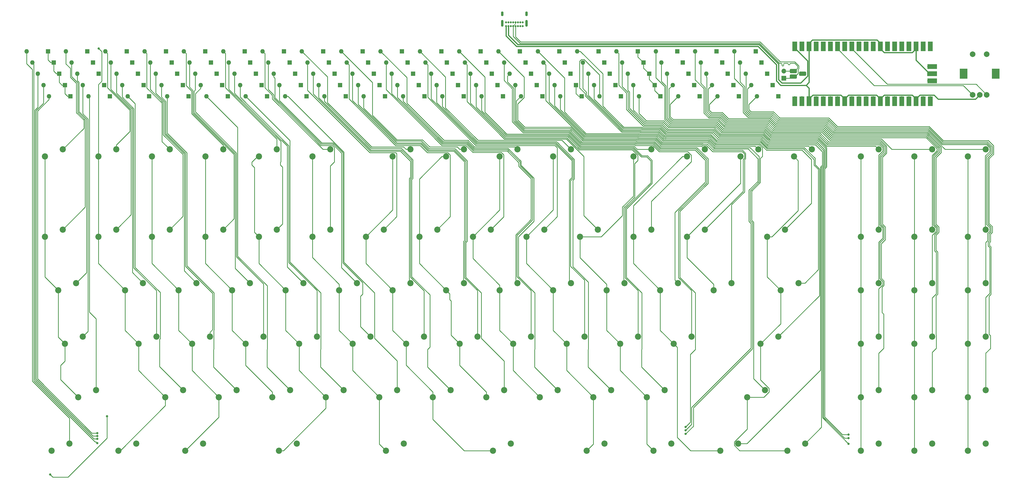
<source format=gtl>
G04 #@! TF.GenerationSoftware,KiCad,Pcbnew,(6.0.0)*
G04 #@! TF.CreationDate,2022-04-02T17:53:52-07:00*
G04 #@! TF.ProjectId,keyboard_exposed_diodes_standard_tkl,6b657962-6f61-4726-945f-6578706f7365,rev?*
G04 #@! TF.SameCoordinates,Original*
G04 #@! TF.FileFunction,Copper,L1,Top*
G04 #@! TF.FilePolarity,Positive*
%FSLAX46Y46*%
G04 Gerber Fmt 4.6, Leading zero omitted, Abs format (unit mm)*
G04 Created by KiCad (PCBNEW (6.0.0)) date 2022-04-02 17:53:52*
%MOMM*%
%LPD*%
G01*
G04 APERTURE LIST*
G04 Aperture macros list*
%AMRoundRect*
0 Rectangle with rounded corners*
0 $1 Rounding radius*
0 $2 $3 $4 $5 $6 $7 $8 $9 X,Y pos of 4 corners*
0 Add a 4 corners polygon primitive as box body*
4,1,4,$2,$3,$4,$5,$6,$7,$8,$9,$2,$3,0*
0 Add four circle primitives for the rounded corners*
1,1,$1+$1,$2,$3*
1,1,$1+$1,$4,$5*
1,1,$1+$1,$6,$7*
1,1,$1+$1,$8,$9*
0 Add four rect primitives between the rounded corners*
20,1,$1+$1,$2,$3,$4,$5,0*
20,1,$1+$1,$4,$5,$6,$7,0*
20,1,$1+$1,$6,$7,$8,$9,0*
20,1,$1+$1,$8,$9,$2,$3,0*%
G04 Aperture macros list end*
G04 #@! TA.AperFunction,ComponentPad*
%ADD10C,2.200000*%
G04 #@! TD*
G04 #@! TA.AperFunction,ComponentPad*
%ADD11R,1.600000X1.600000*%
G04 #@! TD*
G04 #@! TA.AperFunction,ComponentPad*
%ADD12O,1.600000X1.600000*%
G04 #@! TD*
G04 #@! TA.AperFunction,ComponentPad*
%ADD13R,1.700000X1.700000*%
G04 #@! TD*
G04 #@! TA.AperFunction,ComponentPad*
%ADD14O,1.700000X1.700000*%
G04 #@! TD*
G04 #@! TA.AperFunction,ComponentPad*
%ADD15C,0.700000*%
G04 #@! TD*
G04 #@! TA.AperFunction,ComponentPad*
%ADD16O,0.900000X2.400000*%
G04 #@! TD*
G04 #@! TA.AperFunction,ComponentPad*
%ADD17O,0.900000X1.700000*%
G04 #@! TD*
G04 #@! TA.AperFunction,SMDPad,CuDef*
%ADD18R,1.700000X3.500000*%
G04 #@! TD*
G04 #@! TA.AperFunction,SMDPad,CuDef*
%ADD19R,3.500000X1.700000*%
G04 #@! TD*
G04 #@! TA.AperFunction,ComponentPad*
%ADD20RoundRect,0.300000X0.950000X-0.450000X0.950000X0.450000X-0.950000X0.450000X-0.950000X-0.450000X0*%
G04 #@! TD*
G04 #@! TA.AperFunction,ComponentPad*
%ADD21R,2.800000X3.600000*%
G04 #@! TD*
G04 #@! TA.AperFunction,ComponentPad*
%ADD22C,2.000000*%
G04 #@! TD*
G04 #@! TA.AperFunction,ViaPad*
%ADD23C,0.800000*%
G04 #@! TD*
G04 #@! TA.AperFunction,Conductor*
%ADD24C,0.400000*%
G04 #@! TD*
G04 #@! TA.AperFunction,Conductor*
%ADD25C,0.250000*%
G04 #@! TD*
G04 #@! TA.AperFunction,Conductor*
%ADD26C,0.200000*%
G04 #@! TD*
G04 APERTURE END LIST*
D10*
X384028750Y-282595000D03*
X377678750Y-285135000D03*
X372916250Y-304185000D03*
X379266250Y-301645000D03*
X141935000Y-247035000D03*
X148285000Y-244495000D03*
X160985000Y-247035000D03*
X167335000Y-244495000D03*
X180035000Y-247035000D03*
X186385000Y-244495000D03*
X199085000Y-247035000D03*
X205435000Y-244495000D03*
X218135000Y-247035000D03*
X224485000Y-244495000D03*
X237185000Y-247035000D03*
X243535000Y-244495000D03*
X256235000Y-247035000D03*
X262585000Y-244495000D03*
X275285000Y-247035000D03*
X281635000Y-244495000D03*
X294335000Y-247035000D03*
X300685000Y-244495000D03*
X156222500Y-285135000D03*
X162572500Y-282595000D03*
X241947500Y-304185000D03*
X248297500Y-301645000D03*
X380060000Y-247035000D03*
X386410000Y-244495000D03*
X384822500Y-266085000D03*
X391172500Y-263545000D03*
X203847500Y-304185000D03*
X210197500Y-301645000D03*
X194322500Y-285135000D03*
X200672500Y-282595000D03*
X332435000Y-247035000D03*
X338785000Y-244495000D03*
X413397500Y-266085000D03*
X419747500Y-263545000D03*
X432447500Y-323235000D03*
X438797500Y-320695000D03*
X189560000Y-266085000D03*
X195910000Y-263545000D03*
X432447500Y-266085000D03*
X438797500Y-263545000D03*
X351485000Y-247035000D03*
X357835000Y-244495000D03*
X141935000Y-218460000D03*
X148285000Y-215920000D03*
X206228750Y-323235000D03*
X212578750Y-320695000D03*
X282428750Y-323235000D03*
X288778750Y-320695000D03*
X413397500Y-285135000D03*
X419747500Y-282595000D03*
X413397500Y-304185000D03*
X419747500Y-301645000D03*
X432447500Y-285135000D03*
X438797500Y-282595000D03*
X451497500Y-285135000D03*
X457847500Y-282595000D03*
X451497500Y-304185000D03*
X457847500Y-301645000D03*
X160985000Y-218460000D03*
X167335000Y-215920000D03*
X180035000Y-218460000D03*
X186385000Y-215920000D03*
X199085000Y-218460000D03*
X205435000Y-215920000D03*
X246710000Y-218460000D03*
X253060000Y-215920000D03*
X284810000Y-218460000D03*
X291160000Y-215920000D03*
X303860000Y-218460000D03*
X310210000Y-215920000D03*
X370535000Y-218460000D03*
X376885000Y-215920000D03*
X213372500Y-285135000D03*
X219722500Y-282595000D03*
X337197500Y-304185000D03*
X343547500Y-301645000D03*
X232422500Y-285135000D03*
X238772500Y-282595000D03*
X251472500Y-285135000D03*
X257822500Y-282595000D03*
X432447500Y-247035000D03*
X438797500Y-244495000D03*
X284810000Y-266085000D03*
X291160000Y-263545000D03*
X413397500Y-247035000D03*
X419747500Y-244495000D03*
X289572500Y-285135000D03*
X295922500Y-282595000D03*
X308622500Y-285135000D03*
X314972500Y-282595000D03*
X172891250Y-323235000D03*
X179241250Y-320695000D03*
X413397500Y-323235000D03*
X419747500Y-320695000D03*
X149078750Y-323235000D03*
X155428750Y-320695000D03*
X280047500Y-304185000D03*
X286397500Y-301645000D03*
X363391250Y-323235000D03*
X369741250Y-320695000D03*
X260997500Y-304185000D03*
X267347500Y-301645000D03*
X303860000Y-266085000D03*
X310210000Y-263545000D03*
X451497500Y-218460000D03*
X457847500Y-215920000D03*
X451497500Y-266085000D03*
X457847500Y-263545000D03*
X451497500Y-247035000D03*
X457847500Y-244495000D03*
X413397500Y-218460000D03*
X419747500Y-215920000D03*
X151460000Y-266085000D03*
X157810000Y-263545000D03*
X346722500Y-285135000D03*
X353072500Y-282595000D03*
X208610000Y-266085000D03*
X214960000Y-263545000D03*
X361010000Y-266085000D03*
X367360000Y-263545000D03*
X451497500Y-323235000D03*
X457847500Y-320695000D03*
X175272500Y-285135000D03*
X181622500Y-282595000D03*
X432447500Y-218460000D03*
X438797500Y-215920000D03*
X244328750Y-323235000D03*
X250678750Y-320695000D03*
X227660000Y-266085000D03*
X234010000Y-263545000D03*
X265760000Y-266085000D03*
X272110000Y-263545000D03*
X432447500Y-304185000D03*
X438797500Y-301645000D03*
X170510000Y-266085000D03*
X176860000Y-263545000D03*
X184797500Y-304185000D03*
X191147500Y-301645000D03*
X246710000Y-266085000D03*
X253060000Y-263545000D03*
X270522500Y-285135000D03*
X276872500Y-282595000D03*
X341960000Y-266085000D03*
X348310000Y-263545000D03*
X351485000Y-218460000D03*
X357835000Y-215920000D03*
X218135000Y-218460000D03*
X224485000Y-215920000D03*
X265760000Y-218460000D03*
X272110000Y-215920000D03*
X315766250Y-323235000D03*
X322116250Y-320695000D03*
X299097500Y-304185000D03*
X305447500Y-301645000D03*
X127647500Y-266085000D03*
X133997500Y-263545000D03*
X134791250Y-304185000D03*
X141141250Y-301645000D03*
X125266250Y-323235000D03*
X131616250Y-320695000D03*
X122885000Y-218460000D03*
X129235000Y-215920000D03*
X130028750Y-285135000D03*
X136378750Y-282595000D03*
X122885000Y-247035000D03*
X129235000Y-244495000D03*
X222897500Y-304185000D03*
X229247500Y-301645000D03*
X327672500Y-285135000D03*
X334022500Y-282595000D03*
X339578750Y-323235000D03*
X345928750Y-320695000D03*
X322910000Y-266085000D03*
X329260000Y-263545000D03*
X332435000Y-218460000D03*
X338785000Y-215920000D03*
X387203750Y-323235000D03*
X393553750Y-320695000D03*
X318147500Y-304185000D03*
X324497500Y-301645000D03*
D11*
X124000000Y-181000000D03*
D12*
X116380000Y-181000000D03*
D11*
X370000000Y-197000000D03*
D12*
X362380000Y-197000000D03*
D11*
X340000000Y-193000000D03*
D12*
X332380000Y-193000000D03*
D11*
X140000000Y-185000000D03*
D12*
X132380000Y-185000000D03*
D13*
X386000000Y-190540000D03*
D14*
X386000000Y-188000000D03*
D15*
X293000000Y-172025000D03*
X292150000Y-172025000D03*
X291300000Y-172025000D03*
X290450000Y-172025000D03*
X289600000Y-172025000D03*
X288750000Y-172025000D03*
X287900000Y-172025000D03*
X287050000Y-172025000D03*
X287050000Y-170675000D03*
X287900000Y-170675000D03*
X288750000Y-170675000D03*
X289600000Y-170675000D03*
X290450000Y-170675000D03*
X291300000Y-170675000D03*
X292150000Y-170675000D03*
X293000000Y-170675000D03*
D16*
X294350000Y-171045000D03*
D17*
X294350000Y-167665000D03*
D16*
X285700000Y-171045000D03*
D17*
X285700000Y-167665000D03*
D18*
X389870000Y-198790000D03*
D14*
X389870000Y-197890000D03*
X392410000Y-197890000D03*
D18*
X392410000Y-198790000D03*
D13*
X394950000Y-197890000D03*
D18*
X394950000Y-198790000D03*
D14*
X397490000Y-197890000D03*
D18*
X397490000Y-198790000D03*
D14*
X400030000Y-197890000D03*
D18*
X400030000Y-198790000D03*
D14*
X402570000Y-197890000D03*
D18*
X402570000Y-198790000D03*
X405110000Y-198790000D03*
D14*
X405110000Y-197890000D03*
D13*
X407650000Y-197890000D03*
D18*
X407650000Y-198790000D03*
X410190000Y-198790000D03*
D14*
X410190000Y-197890000D03*
X412730000Y-197890000D03*
D18*
X412730000Y-198790000D03*
X415270000Y-198790000D03*
D14*
X415270000Y-197890000D03*
D18*
X417810000Y-198790000D03*
D14*
X417810000Y-197890000D03*
D13*
X420350000Y-197890000D03*
D18*
X420350000Y-198790000D03*
D14*
X422890000Y-197890000D03*
D18*
X422890000Y-198790000D03*
D14*
X425430000Y-197890000D03*
D18*
X425430000Y-198790000D03*
D14*
X427970000Y-197890000D03*
D18*
X427970000Y-198790000D03*
X430510000Y-198790000D03*
D14*
X430510000Y-197890000D03*
D13*
X433050000Y-197890000D03*
D18*
X433050000Y-198790000D03*
X435590000Y-198790000D03*
D14*
X435590000Y-197890000D03*
D18*
X438130000Y-198790000D03*
D14*
X438130000Y-197890000D03*
D18*
X438130000Y-179210000D03*
D14*
X438130000Y-180110000D03*
X435590000Y-180110000D03*
D18*
X435590000Y-179210000D03*
D13*
X433050000Y-180110000D03*
D18*
X433050000Y-179210000D03*
X430510000Y-179210000D03*
D14*
X430510000Y-180110000D03*
X427970000Y-180110000D03*
D18*
X427970000Y-179210000D03*
D14*
X425430000Y-180110000D03*
D18*
X425430000Y-179210000D03*
X422890000Y-179210000D03*
D14*
X422890000Y-180110000D03*
D13*
X420350000Y-180110000D03*
D18*
X420350000Y-179210000D03*
D14*
X417810000Y-180110000D03*
D18*
X417810000Y-179210000D03*
D14*
X415270000Y-180110000D03*
D18*
X415270000Y-179210000D03*
D14*
X412730000Y-180110000D03*
D18*
X412730000Y-179210000D03*
D14*
X410190000Y-180110000D03*
D18*
X410190000Y-179210000D03*
D13*
X407650000Y-180110000D03*
D18*
X407650000Y-179210000D03*
X405110000Y-179210000D03*
D14*
X405110000Y-180110000D03*
X402570000Y-180110000D03*
D18*
X402570000Y-179210000D03*
D14*
X400030000Y-180110000D03*
D18*
X400030000Y-179210000D03*
X397490000Y-179210000D03*
D14*
X397490000Y-180110000D03*
D18*
X394950000Y-179210000D03*
D13*
X394950000Y-180110000D03*
D18*
X392410000Y-179210000D03*
D14*
X392410000Y-180110000D03*
X389870000Y-180110000D03*
D18*
X389870000Y-179210000D03*
D19*
X438800000Y-191540000D03*
D14*
X437900000Y-191540000D03*
D19*
X438800000Y-189000000D03*
D13*
X437900000Y-189000000D03*
D14*
X437900000Y-186460000D03*
D19*
X438800000Y-186460000D03*
D20*
X392630000Y-189000000D03*
X389350000Y-188000000D03*
X389330000Y-190000000D03*
D11*
X338000000Y-189000000D03*
D12*
X330380000Y-189000000D03*
D11*
X226000000Y-189000000D03*
D12*
X218380000Y-189000000D03*
D11*
X310000000Y-189000000D03*
D12*
X302380000Y-189000000D03*
D11*
X300000000Y-197000000D03*
D12*
X292380000Y-197000000D03*
D11*
X296000000Y-189000000D03*
D12*
X288380000Y-189000000D03*
D11*
X282000000Y-189000000D03*
D12*
X274380000Y-189000000D03*
D11*
X142000000Y-189000000D03*
D12*
X134380000Y-189000000D03*
D11*
X194000000Y-181000000D03*
D12*
X186380000Y-181000000D03*
D11*
X328000000Y-197000000D03*
D12*
X320380000Y-197000000D03*
D11*
X160000000Y-197000000D03*
D12*
X152380000Y-197000000D03*
D11*
X180000000Y-181000000D03*
D12*
X172380000Y-181000000D03*
D21*
X450000000Y-189000000D03*
X461400000Y-189000000D03*
D22*
X453200000Y-196500000D03*
X458200000Y-196500000D03*
X455700000Y-196500000D03*
X453200000Y-182000000D03*
X458200000Y-182000000D03*
D11*
X286000000Y-197000000D03*
D12*
X278380000Y-197000000D03*
D11*
X240000000Y-189000000D03*
D12*
X232380000Y-189000000D03*
D11*
X322000000Y-185000000D03*
D12*
X314380000Y-185000000D03*
D11*
X362000000Y-181000000D03*
D12*
X354380000Y-181000000D03*
D11*
X324000000Y-189000000D03*
D12*
X316380000Y-189000000D03*
D11*
X384000000Y-197000000D03*
D12*
X376380000Y-197000000D03*
D11*
X308000000Y-185000000D03*
D12*
X300380000Y-185000000D03*
D11*
X334000000Y-181000000D03*
D12*
X326380000Y-181000000D03*
D11*
X258000000Y-197000000D03*
D12*
X250380000Y-197000000D03*
D11*
X242000000Y-193000000D03*
D12*
X234380000Y-193000000D03*
D11*
X154000000Y-185000000D03*
D12*
X146380000Y-185000000D03*
D11*
X342000000Y-197000000D03*
D12*
X334380000Y-197000000D03*
D11*
X172000000Y-193000000D03*
D12*
X164380000Y-193000000D03*
D11*
X144000000Y-193000000D03*
D12*
X136380000Y-193000000D03*
D11*
X212000000Y-189000000D03*
D12*
X204380000Y-189000000D03*
D11*
X244000000Y-197000000D03*
D12*
X236380000Y-197000000D03*
D11*
X314000000Y-197000000D03*
D12*
X306380000Y-197000000D03*
D11*
X280000000Y-185000000D03*
D12*
X272380000Y-185000000D03*
D11*
X202000000Y-197000000D03*
D12*
X194380000Y-197000000D03*
D11*
X320000000Y-181000000D03*
D12*
X312380000Y-181000000D03*
D11*
X182000000Y-185000000D03*
D12*
X174380000Y-185000000D03*
D11*
X364000000Y-185000000D03*
D12*
X356380000Y-185000000D03*
D11*
X378000000Y-185000000D03*
D12*
X370380000Y-185000000D03*
D11*
X284000000Y-193000000D03*
D12*
X276380000Y-193000000D03*
D11*
X264000000Y-181000000D03*
D12*
X256380000Y-181000000D03*
D11*
X130000000Y-193000000D03*
D12*
X122380000Y-193000000D03*
D11*
X254000000Y-189000000D03*
D12*
X246380000Y-189000000D03*
D11*
X200000000Y-193000000D03*
D12*
X192380000Y-193000000D03*
D11*
X350000000Y-185000000D03*
D12*
X342380000Y-185000000D03*
D11*
X252000000Y-185000000D03*
D12*
X244380000Y-185000000D03*
D11*
X228000000Y-193000000D03*
D12*
X220380000Y-193000000D03*
D11*
X270000000Y-193000000D03*
D12*
X262380000Y-193000000D03*
D11*
X126000000Y-185000000D03*
D12*
X118380000Y-185000000D03*
D11*
X132000000Y-197000000D03*
D12*
X124380000Y-197000000D03*
D11*
X348000000Y-181000000D03*
D12*
X340380000Y-181000000D03*
D11*
X356000000Y-197000000D03*
D12*
X348380000Y-197000000D03*
D11*
X268000000Y-189000000D03*
D12*
X260380000Y-189000000D03*
D11*
X256000000Y-193000000D03*
D12*
X248380000Y-193000000D03*
D11*
X230000000Y-197000000D03*
D12*
X222380000Y-197000000D03*
D11*
X170000000Y-189000000D03*
D12*
X162380000Y-189000000D03*
D11*
X174000000Y-197000000D03*
D12*
X166380000Y-197000000D03*
D11*
X166000000Y-181000000D03*
D12*
X158380000Y-181000000D03*
D11*
X210000000Y-185000000D03*
D12*
X202380000Y-185000000D03*
D11*
X186000000Y-193000000D03*
D12*
X178380000Y-193000000D03*
D11*
X278000000Y-181000000D03*
D12*
X270380000Y-181000000D03*
D11*
X266000000Y-185000000D03*
D12*
X258380000Y-185000000D03*
D11*
X152000000Y-181000000D03*
D12*
X144380000Y-181000000D03*
D11*
X184000000Y-189000000D03*
D12*
X176380000Y-189000000D03*
D11*
X366000000Y-189000000D03*
D12*
X358380000Y-189000000D03*
D11*
X188000000Y-197000000D03*
D12*
X180380000Y-197000000D03*
D11*
X158000000Y-193000000D03*
D12*
X150380000Y-193000000D03*
D11*
X298000000Y-193000000D03*
D12*
X290380000Y-193000000D03*
D11*
X128000000Y-189000000D03*
D12*
X120380000Y-189000000D03*
D11*
X272000000Y-197000000D03*
D12*
X264380000Y-197000000D03*
D11*
X352000000Y-189000000D03*
D12*
X344380000Y-189000000D03*
D11*
X382000000Y-193000000D03*
D12*
X374380000Y-193000000D03*
D11*
X368000000Y-193000000D03*
D12*
X360380000Y-193000000D03*
D11*
X208000000Y-181000000D03*
D12*
X200380000Y-181000000D03*
D11*
X196000000Y-185000000D03*
D12*
X188380000Y-185000000D03*
D11*
X216000000Y-197000000D03*
D12*
X208380000Y-197000000D03*
D11*
X326000000Y-193000000D03*
D12*
X318380000Y-193000000D03*
D11*
X198000000Y-189000000D03*
D12*
X190380000Y-189000000D03*
D11*
X138000000Y-181000000D03*
D12*
X130380000Y-181000000D03*
D11*
X336000000Y-185000000D03*
D12*
X328380000Y-185000000D03*
D11*
X376000000Y-181000000D03*
D12*
X368380000Y-181000000D03*
D11*
X214000000Y-193000000D03*
D12*
X206380000Y-193000000D03*
D11*
X306000000Y-181000000D03*
D12*
X298380000Y-181000000D03*
D11*
X236000000Y-181000000D03*
D12*
X228380000Y-181000000D03*
D11*
X292000000Y-181000000D03*
D12*
X284380000Y-181000000D03*
D11*
X294000000Y-185000000D03*
D12*
X286380000Y-185000000D03*
D11*
X156000000Y-189000000D03*
D12*
X148380000Y-189000000D03*
D11*
X354000000Y-193000000D03*
D12*
X346380000Y-193000000D03*
D11*
X168000000Y-185000000D03*
D12*
X160380000Y-185000000D03*
D11*
X146000000Y-197000000D03*
D12*
X138380000Y-197000000D03*
D11*
X224000000Y-185000000D03*
D12*
X216380000Y-185000000D03*
D11*
X222000000Y-181000000D03*
D12*
X214380000Y-181000000D03*
D11*
X380000000Y-189000000D03*
D12*
X372380000Y-189000000D03*
D11*
X238000000Y-185000000D03*
D12*
X230380000Y-185000000D03*
D11*
X312000000Y-193000000D03*
D12*
X304380000Y-193000000D03*
D11*
X250000000Y-181000000D03*
D12*
X242380000Y-181000000D03*
D10*
X313385000Y-247035000D03*
X319735000Y-244495000D03*
X389585000Y-218460000D03*
X395935000Y-215920000D03*
X165747500Y-304185000D03*
X172097500Y-301645000D03*
D23*
X409000000Y-318750000D03*
X141512653Y-317987347D03*
X351000000Y-314750000D03*
X141500000Y-319000000D03*
X409000000Y-320750000D03*
X141500000Y-320500000D03*
X351000000Y-316000000D03*
X409000000Y-317500000D03*
X351000000Y-317250000D03*
X141518939Y-316968328D03*
X142000000Y-180000000D03*
X124750000Y-331675020D03*
X145000000Y-311000000D03*
D24*
X394423480Y-189826520D02*
X392000000Y-192250000D01*
X389870000Y-180110000D02*
X390110000Y-180110000D01*
X291230516Y-178550490D02*
X287900000Y-175219974D01*
X384100978Y-185512699D02*
X377138770Y-178550490D01*
X377138770Y-178550490D02*
X291230516Y-178550490D01*
X392000000Y-192250000D02*
X385250000Y-192250000D01*
X287900000Y-175219974D02*
X287900000Y-172025000D01*
X394423480Y-184423480D02*
X394423480Y-189826520D01*
X384100978Y-191100978D02*
X384100978Y-185512699D01*
X390110000Y-180110000D02*
X394423480Y-184423480D01*
X385250000Y-192250000D02*
X384100978Y-191100978D01*
X419159511Y-176960489D02*
X396140489Y-176960489D01*
X434399511Y-196540489D02*
X433050000Y-197890000D01*
X383300489Y-191539746D02*
X383300489Y-185701467D01*
X433050000Y-180110000D02*
X431700489Y-181459511D01*
X290805026Y-179250000D02*
X287050000Y-175494974D01*
X287050000Y-175494974D02*
X287050000Y-172025000D01*
X419000489Y-196540489D02*
X408999511Y-196540489D01*
X439479511Y-196540489D02*
X434399511Y-196540489D01*
X421699511Y-181459511D02*
X420350000Y-180110000D01*
X394950000Y-194099042D02*
X393925479Y-193074521D01*
X393925479Y-193074521D02*
X384835264Y-193074521D01*
X393925479Y-193074521D02*
X394950000Y-192050000D01*
X394950000Y-197890000D02*
X394950000Y-194099042D01*
X420350000Y-180110000D02*
X420350000Y-178150978D01*
X454200489Y-197999511D02*
X440938533Y-197999511D01*
X376849022Y-179250000D02*
X290805026Y-179250000D01*
X394950000Y-192050000D02*
X394950000Y-180110000D01*
X455700000Y-196500000D02*
X454200489Y-197999511D01*
X420350000Y-178150978D02*
X419159511Y-176960489D01*
X437900000Y-189000000D02*
X433050000Y-184150000D01*
X421699511Y-196540489D02*
X420350000Y-197890000D01*
X383300489Y-185701467D02*
X376849022Y-179250000D01*
X431700489Y-196540489D02*
X421699511Y-196540489D01*
X408999511Y-196540489D02*
X407650000Y-197890000D01*
X407650000Y-197890000D02*
X406300489Y-196540489D01*
X396299511Y-196540489D02*
X394950000Y-197890000D01*
X440938533Y-197999511D02*
X439479511Y-196540489D01*
X431700489Y-181459511D02*
X421699511Y-181459511D01*
X433050000Y-184150000D02*
X433050000Y-180110000D01*
X406300489Y-196540489D02*
X396299511Y-196540489D01*
X433050000Y-197890000D02*
X431700489Y-196540489D01*
X420350000Y-197890000D02*
X419000489Y-196540489D01*
X396140489Y-176960489D02*
X394950000Y-178150978D01*
X384835264Y-193074521D02*
X383300489Y-191539746D01*
X394950000Y-178150978D02*
X394950000Y-180110000D01*
D25*
X273179999Y-198904744D02*
X286514515Y-212239260D01*
X314750000Y-239510000D02*
X319735000Y-244495000D01*
X286514515Y-212239260D02*
X308589407Y-212239260D01*
X308589407Y-212239260D02*
X314750000Y-218399853D01*
X272380000Y-185000000D02*
X273179999Y-185799999D01*
X273179999Y-185799999D02*
X273179999Y-198904744D01*
X314750000Y-218399853D02*
X314750000Y-239510000D01*
X149384999Y-243395001D02*
X148285000Y-244495000D01*
X146380000Y-194558588D02*
X153583809Y-201762397D01*
X146380000Y-185000000D02*
X146380000Y-194558588D01*
X153583809Y-239196191D02*
X149384999Y-243395001D01*
X153583809Y-201762397D02*
X153583809Y-239196191D01*
X160380000Y-185000000D02*
X160380000Y-194568593D01*
X165022171Y-210679283D02*
X172045093Y-217702205D01*
X172045093Y-217702205D02*
X172045093Y-239784907D01*
X172045093Y-239784907D02*
X167335000Y-244495000D01*
X165022171Y-199210764D02*
X165022171Y-210679283D01*
X160380000Y-194568593D02*
X165022171Y-199210764D01*
X175575011Y-194938601D02*
X175575011Y-203001009D01*
X175575011Y-203001009D02*
X190250000Y-217675998D01*
X190250000Y-217675998D02*
X190250000Y-240630000D01*
X190250000Y-240630000D02*
X186385000Y-244495000D01*
X174380000Y-185000000D02*
X174380000Y-193743590D01*
X174380000Y-193743590D02*
X175575011Y-194938601D01*
X188380000Y-194558588D02*
X206860001Y-213038589D01*
X207500000Y-242430000D02*
X205435000Y-244495000D01*
X206750479Y-220492786D02*
X206750479Y-221507214D01*
X206750479Y-221507214D02*
X207500000Y-222256735D01*
X188380000Y-185000000D02*
X188380000Y-194558588D01*
X206860001Y-220383264D02*
X206750479Y-220492786D01*
X207500000Y-222256735D02*
X207500000Y-242430000D01*
X206860001Y-213038589D02*
X206860001Y-220383264D01*
X225169001Y-214494999D02*
X225910001Y-215235999D01*
X204325680Y-197709363D02*
X221111316Y-214494999D01*
X202380000Y-194558589D02*
X204325680Y-196504269D01*
X204325680Y-196504269D02*
X204325680Y-197709363D01*
X225910001Y-215235999D02*
X225910001Y-220375997D01*
X224485000Y-221800998D02*
X224485000Y-244495000D01*
X202380000Y-185000000D02*
X202380000Y-194558589D01*
X225910001Y-220375997D02*
X224485000Y-221800998D01*
X221111316Y-214494999D02*
X225169001Y-214494999D01*
X248145479Y-217395479D02*
X248145479Y-239884521D01*
X248145479Y-239884521D02*
X243535000Y-244495000D01*
X238535489Y-217035489D02*
X247785489Y-217035489D01*
X247785489Y-217035489D02*
X248145479Y-217395479D01*
X216380000Y-185000000D02*
X216380000Y-194880000D01*
X216380000Y-194880000D02*
X238535489Y-217035489D01*
X256494999Y-214494999D02*
X259035489Y-217035489D01*
X259035489Y-217035489D02*
X266350053Y-217035489D01*
X266350053Y-217035489D02*
X267195479Y-217880915D01*
X231179999Y-197972843D02*
X247702155Y-214494999D01*
X267195479Y-239884521D02*
X262585000Y-244495000D01*
X230380000Y-185000000D02*
X231179999Y-185799999D01*
X231179999Y-185799999D02*
X231179999Y-197972843D01*
X267195479Y-217880915D02*
X267195479Y-239884521D01*
X247702155Y-214494999D02*
X256494999Y-214494999D01*
X244380000Y-194672810D02*
X264202189Y-214494999D01*
X285340063Y-216975499D02*
X286234511Y-217869947D01*
X275274501Y-216975499D02*
X285340063Y-216975499D01*
X264202189Y-214494999D02*
X272794001Y-214494999D01*
X244380000Y-185000000D02*
X244380000Y-194672810D01*
X286234511Y-239895489D02*
X281635000Y-244495000D01*
X286234511Y-217869947D02*
X286234511Y-239895489D01*
X272794001Y-214494999D02*
X275274501Y-216975499D01*
X276166917Y-214365548D02*
X276167627Y-214365548D01*
X291849002Y-214500000D02*
X304500000Y-214500000D01*
X290466710Y-214504288D02*
X290475999Y-214494999D01*
X290475999Y-214494999D02*
X291844001Y-214494999D01*
X276306366Y-214504288D02*
X290466710Y-214504288D01*
X276167627Y-214365548D02*
X276306366Y-214504288D01*
X259179999Y-185799999D02*
X259179999Y-197378630D01*
X291844001Y-214494999D02*
X291849002Y-214500000D01*
X304500000Y-214500000D02*
X305295479Y-215295479D01*
X259179999Y-197378630D02*
X276166917Y-214365548D01*
X305295479Y-215295479D02*
X305295479Y-239884521D01*
X305295479Y-239884521D02*
X300685000Y-244495000D01*
X258380000Y-185000000D02*
X259179999Y-185799999D01*
X150380000Y-197285767D02*
X154521377Y-201427144D01*
X150380000Y-193000000D02*
X150380000Y-197285767D01*
X154521377Y-258147375D02*
X162572500Y-266198498D01*
X162572500Y-281039366D02*
X162572500Y-282595000D01*
X154521377Y-201427144D02*
X154521377Y-258147375D01*
X162572500Y-266198498D02*
X162572500Y-281039366D01*
X134549990Y-192186400D02*
X134549990Y-202664286D01*
X134549990Y-202664286D02*
X137250000Y-205364296D01*
X137250000Y-236480000D02*
X129235000Y-244495000D01*
X132380000Y-190016410D02*
X134549990Y-192186400D01*
X132380000Y-185000000D02*
X132380000Y-190016410D01*
X137250000Y-205364296D02*
X137250000Y-236480000D01*
X208380000Y-197000000D02*
X209416616Y-197000000D01*
X229326031Y-216909415D02*
X229326031Y-256115619D01*
X209416616Y-197000000D02*
X229326031Y-216909415D01*
X229326031Y-256115619D02*
X240250000Y-267039588D01*
X248297500Y-291238532D02*
X248297500Y-301645000D01*
X240250000Y-267039588D02*
X240250000Y-283191032D01*
X240250000Y-283191032D02*
X248297500Y-291238532D01*
X341423181Y-209550869D02*
X343372312Y-211500000D01*
X378759021Y-215166133D02*
X379842888Y-216250000D01*
X361824039Y-213824026D02*
X377439294Y-213824026D01*
X315699510Y-195563806D02*
X315699510Y-196606621D01*
X395769521Y-219519521D02*
X395769521Y-235135479D01*
X392500000Y-216250000D02*
X395769521Y-219519521D01*
X343734085Y-211500000D02*
X343835064Y-211550489D01*
X315699510Y-196606621D02*
X328448763Y-209355875D01*
X377439294Y-213824026D02*
X378759022Y-215143754D01*
X343372312Y-211500000D02*
X343734085Y-211500000D01*
X344079983Y-211500000D02*
X359500000Y-211500000D01*
X314380000Y-194244296D02*
X315699510Y-195563806D01*
X395769521Y-235135479D02*
X386410000Y-244495000D01*
X379842888Y-216250000D02*
X392500000Y-216250000D01*
X378759022Y-215143754D02*
X378759021Y-215166133D01*
X334891691Y-209355874D02*
X335086685Y-209550868D01*
X335086685Y-209550868D02*
X341423181Y-209550869D01*
X359600969Y-211600969D02*
X359600983Y-211600970D01*
X359600983Y-211600970D02*
X361824039Y-213824026D01*
X359500000Y-211500000D02*
X359600969Y-211600969D01*
X343835064Y-211550489D02*
X343928515Y-211550489D01*
X314380000Y-185000000D02*
X314380000Y-194244296D01*
X328448763Y-209355875D02*
X334891691Y-209355874D01*
X343928515Y-211550489D02*
X344079983Y-211500000D01*
X343733540Y-211026356D02*
X343755225Y-211048041D01*
X344500007Y-211048043D02*
X344500009Y-211048041D01*
X341556064Y-209048044D02*
X343556064Y-211048044D01*
X377625474Y-213374514D02*
X380000960Y-215750000D01*
X343668475Y-211048044D02*
X343733540Y-211026356D01*
X344014360Y-211048048D02*
X344127630Y-211048048D01*
X396750000Y-219500000D02*
X396750000Y-221539215D01*
X344127633Y-211048045D02*
X344181208Y-211048044D01*
X343755229Y-211048041D02*
X343755232Y-211048044D01*
X316380000Y-189000000D02*
X316380000Y-196651407D01*
X344127630Y-211048048D02*
X344127633Y-211048045D01*
X343906935Y-211083856D02*
X344014360Y-211048048D01*
X393455000Y-263545000D02*
X391172500Y-263545000D01*
X343835327Y-211048051D02*
X343906935Y-211083856D01*
X380000960Y-215750000D02*
X393000000Y-215750000D01*
X343755225Y-211048041D02*
X343755229Y-211048041D01*
X393000000Y-215750000D02*
X396750000Y-219500000D01*
X396750000Y-221539215D02*
X398249412Y-223038627D01*
X344181208Y-211048044D02*
X344500007Y-211048043D01*
X328634956Y-208906364D02*
X335077885Y-208906364D01*
X362124514Y-213374514D02*
X377625474Y-213374514D01*
X343556064Y-211048044D02*
X343668475Y-211048044D01*
X343755248Y-211048048D02*
X343755253Y-211048053D01*
X343755238Y-211048044D02*
X343755242Y-211048048D01*
X343755253Y-211048053D02*
X343835327Y-211048051D01*
X335077885Y-208906364D02*
X335219565Y-209048044D01*
X344500009Y-211048041D02*
X359798041Y-211048041D01*
X316380000Y-196651407D02*
X328634956Y-208906364D01*
X343755242Y-211048048D02*
X343755248Y-211048048D01*
X398249412Y-223038627D02*
X398249412Y-258750588D01*
X398249412Y-258750588D02*
X393455000Y-263545000D01*
X335219565Y-209048044D02*
X341556064Y-209048044D01*
X343755232Y-211048044D02*
X343755238Y-211048044D01*
X359798041Y-211048041D02*
X362124514Y-213374514D01*
X201987979Y-287167786D02*
X201987979Y-293435479D01*
X191498051Y-253954213D02*
X202037499Y-264493661D01*
X202037499Y-281850997D02*
X202097501Y-281910999D01*
X201987979Y-293435479D02*
X210197500Y-301645000D01*
X202037499Y-264493661D02*
X202037499Y-281850997D01*
X202097501Y-283279001D02*
X202037499Y-283339003D01*
X191498051Y-208118051D02*
X191498051Y-253954213D01*
X202037499Y-283339003D02*
X202037499Y-287118266D01*
X202037499Y-287118266D02*
X201987979Y-287167786D01*
X202097501Y-281910999D02*
X202097501Y-283279001D01*
X180380000Y-197000000D02*
X191498051Y-208118051D01*
X138250000Y-205092889D02*
X138250000Y-280723750D01*
X138250000Y-280723750D02*
X136378750Y-282595000D01*
X136380000Y-203222889D02*
X138250000Y-205092889D01*
X136380000Y-193000000D02*
X136380000Y-203222889D01*
X292402479Y-221537452D02*
X297000000Y-226134973D01*
X297000000Y-241500000D02*
X291500000Y-247000000D01*
X297237979Y-293435479D02*
X305447500Y-301645000D01*
X265009262Y-213144966D02*
X273353201Y-213144966D01*
X265008765Y-213144469D02*
X265009262Y-213144966D01*
X291500000Y-261139588D02*
X297347501Y-266987089D01*
X292402479Y-220152479D02*
X292402479Y-221537452D01*
X264758766Y-213144470D02*
X265008765Y-213144469D01*
X297347501Y-287058264D02*
X297237979Y-287167786D01*
X273353201Y-213144966D02*
X275729117Y-215520883D01*
X275729117Y-215520883D02*
X287770883Y-215520883D01*
X297000000Y-226134973D02*
X297000000Y-241500000D01*
X297347501Y-266987089D02*
X297347501Y-287058264D01*
X250380000Y-198765703D02*
X264758766Y-213144470D01*
X287770883Y-215520883D02*
X292402479Y-220152479D01*
X297237979Y-287167786D02*
X297237979Y-293435479D01*
X250380000Y-197000000D02*
X250380000Y-198765703D01*
X291500000Y-247000000D02*
X291500000Y-261139588D01*
X191048543Y-220120401D02*
X191048541Y-221879602D01*
X191048543Y-221879604D02*
X191048543Y-254141115D01*
X178380000Y-193000000D02*
X178380000Y-194131370D01*
X176475031Y-202628209D02*
X191048543Y-217201721D01*
X176475031Y-196036339D02*
X176475031Y-202628209D01*
X191048543Y-254141115D02*
X200672500Y-263765072D01*
X200672500Y-263765072D02*
X200672500Y-282595000D01*
X191048543Y-217201721D02*
X191048543Y-220120401D01*
X178380000Y-194131370D02*
X176475031Y-196036339D01*
X191048541Y-221879602D02*
X191048543Y-221879604D01*
X309517873Y-209989206D02*
X313829161Y-214300493D01*
X313829171Y-214300497D02*
X313898237Y-214300496D01*
X293196391Y-209989206D02*
X309517873Y-209989206D01*
X313829161Y-214300493D02*
X313829168Y-214300494D01*
X289300480Y-206093295D02*
X293196391Y-209989206D01*
X339375059Y-214495495D02*
X341629564Y-216750000D01*
X313829168Y-214300494D02*
X313829171Y-214300497D01*
X341629564Y-216750000D02*
X351789564Y-216750000D01*
X313898253Y-214300512D02*
X332843588Y-214300515D01*
X338785000Y-234465000D02*
X338785000Y-244495000D01*
X353000000Y-217960436D02*
X353000000Y-220250000D01*
X351789564Y-216750000D02*
X353000000Y-217960436D01*
X289300480Y-194286176D02*
X289300480Y-206093295D01*
X286380000Y-185000000D02*
X286380000Y-191365696D01*
X353000000Y-220250000D02*
X338785000Y-234465000D01*
X332843588Y-214300515D02*
X333038569Y-214495496D01*
X333038569Y-214495496D02*
X339375059Y-214495495D01*
X313898237Y-214300496D02*
X313898253Y-214300512D01*
X286380000Y-191365696D02*
X289300480Y-194286176D01*
X346000000Y-206250000D02*
X344500000Y-204750000D01*
X398750000Y-210750000D02*
X381500001Y-210749999D01*
X420227768Y-213750000D02*
X401750000Y-213750000D01*
X344500000Y-190251370D02*
X344380000Y-190131370D01*
X344500000Y-204750000D02*
X344500000Y-190251370D01*
X420163958Y-242896894D02*
X420163958Y-218314634D01*
X344380000Y-190131370D02*
X344380000Y-189000000D01*
X362250000Y-206250000D02*
X346000000Y-206250000D01*
X421172010Y-247577990D02*
X421172011Y-243904947D01*
X419747500Y-263545000D02*
X419747500Y-249002500D01*
X381500001Y-210749999D02*
X379250000Y-208500000D01*
X401750000Y-213750000D02*
X398750000Y-210750000D01*
X364500000Y-208500000D02*
X362250000Y-206250000D01*
X379250000Y-208500000D02*
X364500000Y-208500000D01*
X421621520Y-215143752D02*
X420227768Y-213750000D01*
X421172011Y-243904947D02*
X420163958Y-242896894D01*
X421621520Y-216857072D02*
X421621520Y-215143752D01*
X419747500Y-249002500D02*
X421172010Y-247577990D01*
X420163958Y-218314634D02*
X421621520Y-216857072D01*
X378654345Y-210454402D02*
X380949943Y-212750000D01*
X343000000Y-206250000D02*
X344949511Y-208199511D01*
X363454401Y-210454401D02*
X378654345Y-210454402D01*
X332380000Y-193000000D02*
X332380000Y-201880000D01*
X332380000Y-201880000D02*
X336750000Y-206250000D01*
X336750000Y-206250000D02*
X343000000Y-206250000D01*
X400829081Y-221975094D02*
X400132012Y-222672163D01*
X361199511Y-208199511D02*
X363454401Y-210454401D01*
X400829081Y-215579081D02*
X400829081Y-221975094D01*
X400132012Y-311349532D02*
X407532480Y-318750000D01*
X398000000Y-212750000D02*
X400829081Y-215579081D01*
X400132012Y-222672163D02*
X400132012Y-311349532D01*
X380949943Y-212750000D02*
X398000000Y-212750000D01*
X407532480Y-318750000D02*
X409000000Y-318750000D01*
X344949511Y-208199511D02*
X361199511Y-208199511D01*
X128000000Y-189000000D02*
X128000000Y-192050000D01*
X124950000Y-185000000D02*
X126000000Y-185000000D01*
X338000000Y-191000000D02*
X340000000Y-193000000D01*
X130950000Y-197000000D02*
X132000000Y-197000000D01*
X312950000Y-197000000D02*
X314000000Y-197000000D01*
X340000000Y-195000000D02*
X342000000Y-197000000D01*
X128000000Y-192050000D02*
X128950000Y-193000000D01*
X336000000Y-185000000D02*
X336000000Y-187000000D01*
X338000000Y-189000000D02*
X338000000Y-191000000D01*
X340000000Y-193000000D02*
X340000000Y-195000000D01*
X126950000Y-189000000D02*
X128000000Y-189000000D01*
X312000000Y-193000000D02*
X312000000Y-196050000D01*
X126000000Y-188050000D02*
X126950000Y-189000000D01*
X130000000Y-193000000D02*
X130000000Y-196050000D01*
X130000000Y-196050000D02*
X130950000Y-197000000D01*
X334000000Y-181000000D02*
X334000000Y-183000000D01*
X124000000Y-184050000D02*
X124950000Y-185000000D01*
X128950000Y-193000000D02*
X130000000Y-193000000D01*
X336000000Y-187000000D02*
X338000000Y-189000000D01*
X334000000Y-183000000D02*
X336000000Y-185000000D01*
X124000000Y-181000000D02*
X124000000Y-184050000D01*
X126000000Y-185000000D02*
X126000000Y-188050000D01*
X312000000Y-196050000D02*
X312950000Y-197000000D01*
X190672023Y-217461611D02*
X190672023Y-258307023D01*
X176380000Y-194817896D02*
X176025021Y-195172875D01*
X176380000Y-189000000D02*
X176380000Y-194817896D01*
X176025021Y-202814609D02*
X190672023Y-217461611D01*
X176025021Y-195172875D02*
X176025021Y-202814609D01*
X190672023Y-258307023D02*
X195910000Y-263545000D01*
X441000000Y-215472232D02*
X441000000Y-216500000D01*
X436777768Y-211250000D02*
X441000000Y-215472232D01*
X400250000Y-208250000D02*
X403250000Y-211250000D01*
X403250000Y-211250000D02*
X436777768Y-211250000D01*
X358500000Y-190251370D02*
X358500000Y-202500000D01*
X439213959Y-242896895D02*
X440222011Y-243904947D01*
X440222011Y-243904947D02*
X440222011Y-245085053D01*
X365750000Y-206000000D02*
X380500000Y-206000000D01*
X439213959Y-218286041D02*
X439213959Y-242896895D01*
X438797500Y-246509564D02*
X438797500Y-263545000D01*
X358500000Y-202500000D02*
X359750000Y-203750000D01*
X441000000Y-216500000D02*
X439213959Y-218286041D01*
X382750000Y-208250000D02*
X400250000Y-208250000D01*
X380500000Y-206000000D02*
X382750000Y-208250000D01*
X358380000Y-190131370D02*
X358500000Y-190251370D01*
X363500000Y-203750000D02*
X365750000Y-206000000D01*
X359750000Y-203750000D02*
X363500000Y-203750000D01*
X440222011Y-245085053D02*
X438797500Y-246509564D01*
X358380000Y-189000000D02*
X358380000Y-190131370D01*
X343941436Y-210598538D02*
X344173736Y-210598533D01*
X397126520Y-219126520D02*
X397126520Y-221383255D01*
X343515744Y-210287157D02*
X343515749Y-210287157D01*
X362192367Y-212806663D02*
X377693337Y-212806663D01*
X343252426Y-210023834D02*
X343252426Y-210023839D01*
X318380000Y-193000000D02*
X318380000Y-198015704D01*
X335405758Y-208598533D02*
X341827125Y-208598533D01*
X343515749Y-210287157D02*
X343779066Y-210550472D01*
X344173736Y-210598533D02*
X344313813Y-210598533D01*
X328821149Y-208456853D02*
X335264079Y-208456854D01*
X343779066Y-210550472D02*
X343845299Y-210550471D01*
X335264079Y-208456854D02*
X335405758Y-208598533D01*
X318380000Y-198015704D02*
X328821149Y-208456853D01*
X377693337Y-212806663D02*
X380136674Y-215250000D01*
X359984235Y-210598531D02*
X362192367Y-212806663D01*
X343941425Y-210598533D02*
X343941431Y-210598533D01*
X343941431Y-210598533D02*
X343941436Y-210598538D01*
X344313816Y-210598530D02*
X359984235Y-210598531D01*
X343252430Y-210023848D02*
X343384091Y-210155504D01*
X398625932Y-267997818D02*
X384028750Y-282595000D01*
X343252426Y-210023839D02*
X343252430Y-210023843D01*
X398625932Y-222882667D02*
X398625932Y-267997818D01*
X344313813Y-210598533D02*
X344313816Y-210598530D01*
X343384091Y-210155504D02*
X343515744Y-210287157D01*
X343941424Y-210598530D02*
X343941425Y-210598533D01*
X343845299Y-210550471D02*
X343941418Y-210598530D01*
X397126520Y-221383255D02*
X398625932Y-222882667D01*
X343252430Y-210023843D02*
X343252430Y-210023848D01*
X341827125Y-208598533D02*
X343252426Y-210023834D01*
X380136674Y-215250000D02*
X393250000Y-215250000D01*
X393250000Y-215250000D02*
X397126520Y-219126520D01*
X343941418Y-210598530D02*
X343941424Y-210598530D01*
X300380000Y-185000000D02*
X301250000Y-185870000D01*
X356851194Y-214300490D02*
X357046193Y-214495489D01*
X333969535Y-212247942D02*
X340306026Y-212247942D01*
X371959511Y-219050053D02*
X371500000Y-219509564D01*
X371500000Y-230830000D02*
X357835000Y-244495000D01*
X371250000Y-216750000D02*
X371959511Y-217459511D01*
X314760123Y-212052938D02*
X333774527Y-212052934D01*
X371959511Y-217459511D02*
X371959511Y-219050053D01*
X371500000Y-219509564D02*
X371500000Y-230830000D01*
X357046193Y-214495489D02*
X358425053Y-214495489D01*
X358425053Y-214495489D02*
X360679564Y-216750000D01*
X333774527Y-212052934D02*
X333969535Y-212247942D01*
X360679564Y-216750000D02*
X371250000Y-216750000D01*
X342358573Y-214300489D02*
X356851194Y-214300490D01*
X301250000Y-185870000D02*
X301250000Y-198542815D01*
X301250000Y-198542815D02*
X314760123Y-212052938D01*
X340306026Y-212247942D02*
X342358573Y-214300489D01*
X136750000Y-205500000D02*
X136750000Y-208405000D01*
X134099980Y-202849980D02*
X136750000Y-205500000D01*
X130380000Y-185450010D02*
X131929990Y-187000000D01*
X131929990Y-187000000D02*
X131929991Y-190202811D01*
X130380000Y-181000000D02*
X130380000Y-185450010D01*
X134099980Y-192372800D02*
X134099980Y-202849980D01*
X131929991Y-190202811D02*
X134099980Y-192372800D01*
X136750000Y-208405000D02*
X129235000Y-215920000D01*
X148285000Y-214364366D02*
X148285000Y-215920000D01*
X144380000Y-181000000D02*
X145179999Y-181799999D01*
X153131573Y-209517793D02*
X148285000Y-214364366D01*
X145179999Y-193994997D02*
X153131573Y-201946571D01*
X145179999Y-181799999D02*
X145179999Y-193994997D01*
X153131573Y-201946571D02*
X153131573Y-209517793D01*
X122380000Y-199495666D02*
X122380000Y-193000000D01*
X119800490Y-202075176D02*
X122380000Y-199495666D01*
X119940969Y-297939467D02*
X119940969Y-297938760D01*
X119800489Y-297798280D02*
X119800490Y-202075176D01*
X119940969Y-297938760D02*
X119800489Y-297798280D01*
X141512653Y-317987347D02*
X139988849Y-317987347D01*
X139988849Y-317987347D02*
X119940969Y-297939467D01*
X314473361Y-212951959D02*
X316540898Y-212951959D01*
X314473347Y-212951951D02*
X314473352Y-212951956D01*
X293614296Y-208500000D02*
X309935779Y-208500000D01*
X314473358Y-212951956D02*
X314473361Y-212951959D01*
X348990479Y-261480067D02*
X354497501Y-266987089D01*
X359000000Y-228000000D02*
X348990479Y-238009521D01*
X342036676Y-215250000D02*
X355000000Y-215250000D01*
X352700000Y-288948502D02*
X352700000Y-313050000D01*
X359000000Y-219250000D02*
X359000000Y-228000000D01*
X354497501Y-287151001D02*
X352700000Y-288948502D01*
X316540898Y-212951959D02*
X333402141Y-212951956D01*
X309935779Y-208500000D02*
X314387733Y-212951953D01*
X314387733Y-212951953D02*
X314473347Y-212951951D01*
X290750000Y-198630000D02*
X290750000Y-205635704D01*
X348990479Y-238009521D02*
X348990479Y-261480067D01*
X292380000Y-197000000D02*
X290750000Y-198630000D01*
X333402141Y-212951956D02*
X333597148Y-213146963D01*
X354497501Y-266987089D02*
X354497501Y-287151001D01*
X290750000Y-205635704D02*
X293614296Y-208500000D01*
X339933641Y-213146965D02*
X342036676Y-215250000D01*
X352700000Y-313050000D02*
X351000000Y-314750000D01*
X355000000Y-215250000D02*
X359000000Y-219250000D01*
X314473352Y-212951956D02*
X314473358Y-212951956D01*
X333597148Y-213146963D02*
X339933641Y-213146965D01*
X420613469Y-242710674D02*
X421621521Y-243718726D01*
X420197021Y-261979957D02*
X421172011Y-262954947D01*
X419747500Y-265559564D02*
X419747500Y-282595000D01*
X421172011Y-264135053D02*
X419747500Y-265559564D01*
X346380000Y-193000000D02*
X345050490Y-194329510D01*
X399000000Y-210250000D02*
X402000000Y-213250000D01*
X379500000Y-208000000D02*
X381750000Y-210250000D01*
X421621521Y-247764183D02*
X420197021Y-249188683D01*
X345050490Y-194329510D02*
X345050490Y-204550490D01*
X422071031Y-217043265D02*
X420613468Y-218500828D01*
X420363472Y-213250000D02*
X422071031Y-214957561D01*
X402000000Y-213250000D02*
X420363472Y-213250000D01*
X420197021Y-249188683D02*
X420197021Y-261979957D01*
X346250000Y-205750000D02*
X362614296Y-205750000D01*
X345050490Y-204550490D02*
X346250000Y-205750000D01*
X362614296Y-205750000D02*
X364864296Y-208000000D01*
X421172011Y-262954947D02*
X421172011Y-264135053D01*
X422071031Y-214957561D02*
X422071031Y-217043265D01*
X420613468Y-218500828D02*
X420613469Y-242710674D01*
X421621521Y-243718726D02*
X421621521Y-247764183D01*
X364864296Y-208000000D02*
X379500000Y-208000000D01*
X381750000Y-210250000D02*
X399000000Y-210250000D01*
X421062979Y-287177602D02*
X419747500Y-288493081D01*
X365000000Y-207500000D02*
X379750000Y-207500000D01*
X419747500Y-288493081D02*
X419747500Y-301645000D01*
X345500000Y-199880000D02*
X345500000Y-204250000D01*
X421062979Y-218687021D02*
X421062979Y-242524480D01*
X421062979Y-287167786D02*
X421062979Y-287177602D01*
X422071042Y-243532544D02*
X422071042Y-248059737D01*
X399500000Y-209750000D02*
X402500000Y-212750000D01*
X420949511Y-264993257D02*
X420949510Y-274015502D01*
X421621521Y-264321247D02*
X420949511Y-264993257D01*
X422520541Y-214771349D02*
X422520541Y-214771367D01*
X348380000Y-197000000D02*
X345500000Y-199880000D01*
X422520543Y-217229457D02*
X421062979Y-218687021D01*
X422071042Y-248059737D02*
X420646532Y-249484247D01*
X382000000Y-209750000D02*
X399500000Y-209750000D01*
X422520543Y-215143759D02*
X422520543Y-217229457D01*
X421500000Y-274565992D02*
X421500000Y-286730765D01*
X420646532Y-249484247D02*
X420646531Y-261793763D01*
X346500000Y-205250000D02*
X362750000Y-205250000D01*
X362750000Y-205250000D02*
X365000000Y-207500000D01*
X420499192Y-212750000D02*
X422520541Y-214771349D01*
X420646531Y-261793763D02*
X421621522Y-262768754D01*
X421500000Y-286730765D02*
X421062979Y-287167786D01*
X420949510Y-274015502D02*
X421500000Y-274565992D01*
X422520544Y-214771370D02*
X422520543Y-215143759D01*
X421621522Y-262768754D02*
X421621521Y-264321247D01*
X379750000Y-207500000D02*
X382000000Y-209750000D01*
X345500000Y-204250000D02*
X346500000Y-205250000D01*
X422520541Y-214771367D02*
X422520544Y-214771370D01*
X402500000Y-212750000D02*
X420499192Y-212750000D01*
X421062979Y-242524480D02*
X422071042Y-243532544D01*
X383000000Y-207750000D02*
X400500000Y-207750000D01*
X439663468Y-246279300D02*
X439663469Y-252049173D01*
X439663469Y-242710687D02*
X440671521Y-243718739D01*
X439663470Y-218586530D02*
X439663469Y-242710687D01*
X441500000Y-215336528D02*
X441500000Y-216750000D01*
X360380000Y-193000000D02*
X359000000Y-194380000D01*
X403500000Y-210750000D02*
X436913472Y-210750000D01*
X366000000Y-205500000D02*
X380750000Y-205500000D01*
X441500000Y-216750000D02*
X439663470Y-218586530D01*
X360000000Y-203250000D02*
X363750000Y-203250000D01*
X440222011Y-252607715D02*
X440222011Y-267373050D01*
X440671521Y-243718739D02*
X440671521Y-245271247D01*
X380750000Y-205500000D02*
X383000000Y-207750000D01*
X439663469Y-252049173D02*
X440222011Y-252607715D01*
X440222011Y-267373050D02*
X438797500Y-268797561D01*
X438797500Y-268797561D02*
X438797500Y-282595000D01*
X363750000Y-203250000D02*
X366000000Y-205500000D01*
X436913472Y-210750000D02*
X441500000Y-215336528D01*
X400500000Y-207750000D02*
X403500000Y-210750000D01*
X359000000Y-194380000D02*
X359000000Y-202250000D01*
X440671521Y-245271247D02*
X439663468Y-246279300D01*
X359000000Y-202250000D02*
X360000000Y-203250000D01*
X458581044Y-242445340D02*
X459721522Y-243585818D01*
X459050489Y-245942294D02*
X459050489Y-248544574D01*
X459272011Y-267227989D02*
X457847500Y-268652500D01*
X459272011Y-250826950D02*
X459272011Y-267227989D01*
X382000000Y-203000000D02*
X384250000Y-205250000D01*
X401750000Y-205250000D02*
X404750000Y-208250000D01*
X459050489Y-248544574D02*
X458713469Y-248881594D01*
X374000000Y-203000000D02*
X382000000Y-203000000D01*
X404750000Y-208250000D02*
X437591992Y-208250000D01*
X373000000Y-194380000D02*
X373000000Y-202000000D01*
X374380000Y-193000000D02*
X373000000Y-194380000D01*
X442591992Y-213250000D02*
X458463485Y-213250000D01*
X437591992Y-208250000D02*
X442591992Y-213250000D01*
X458463485Y-213250000D02*
X460171033Y-214957548D01*
X459721522Y-245271261D02*
X459050489Y-245942294D01*
X460171033Y-217328967D02*
X458581044Y-218918956D01*
X373000000Y-202000000D02*
X374000000Y-203000000D01*
X459721522Y-243585818D02*
X459721522Y-245271261D01*
X458581044Y-218918956D02*
X458581044Y-242445340D01*
X458713469Y-250268408D02*
X459272011Y-250826950D01*
X460171033Y-214957548D02*
X460171033Y-217328967D01*
X457847500Y-268652500D02*
X457847500Y-282595000D01*
X458713469Y-248881594D02*
X458713469Y-250268408D01*
X384250000Y-205250000D02*
X401750000Y-205250000D01*
X459030554Y-242259146D02*
X460171033Y-243399625D01*
X457847500Y-288483265D02*
X457847500Y-301645000D01*
X373500000Y-199880000D02*
X373500000Y-201750000D01*
X460620544Y-217629456D02*
X459030555Y-219219445D01*
X376380000Y-197000000D02*
X373500000Y-199880000D01*
X459721522Y-267528478D02*
X459000000Y-268250000D01*
X459500000Y-282232936D02*
X459500000Y-286830765D01*
X437727696Y-207750000D02*
X442727695Y-212749999D01*
X405000000Y-207750000D02*
X437727696Y-207750000D01*
X459500000Y-246128487D02*
X459499999Y-248730768D01*
X374250000Y-202500000D02*
X382250000Y-202500000D01*
X459162979Y-250082214D02*
X459721522Y-250640757D01*
X459499999Y-248730768D02*
X459162979Y-249067788D01*
X460171032Y-245457455D02*
X459500000Y-246128487D01*
X382250000Y-202500000D02*
X384500000Y-204750000D01*
X373500000Y-201750000D02*
X374250000Y-202500000D01*
X402000000Y-204750000D02*
X405000000Y-207750000D01*
X384500000Y-204750000D02*
X402000000Y-204750000D01*
X460620544Y-214620544D02*
X460620544Y-217629456D01*
X459162979Y-249067788D02*
X459162979Y-250082214D01*
X459030555Y-219219445D02*
X459030554Y-242259146D01*
X460171033Y-243399625D02*
X460171032Y-245457455D01*
X459000000Y-268250000D02*
X459000000Y-281732936D01*
X459000000Y-281732936D02*
X459500000Y-282232936D01*
X442727695Y-212749999D02*
X458750000Y-212750000D01*
X459500000Y-286830765D02*
X457847500Y-288483265D01*
X459721522Y-250640757D02*
X459721522Y-267528478D01*
X458750000Y-212750000D02*
X460620544Y-214620544D01*
X164572160Y-199397164D02*
X164572160Y-213157160D01*
X159179999Y-194005003D02*
X164572160Y-199397164D01*
X158380000Y-181000000D02*
X159179999Y-181799999D01*
X164572160Y-213157160D02*
X166235001Y-214820001D01*
X166235001Y-214820001D02*
X167335000Y-215920000D01*
X159179999Y-181799999D02*
X159179999Y-194005003D01*
X172380000Y-181000000D02*
X173179999Y-181799999D01*
X173179999Y-181799999D02*
X173179999Y-193179999D01*
X175125001Y-195125001D02*
X175125001Y-203203549D01*
X175125001Y-203203549D02*
X186385000Y-214463548D01*
X173179999Y-193179999D02*
X175125001Y-195125001D01*
X186385000Y-214463548D02*
X186385000Y-215920000D01*
X187179999Y-181799999D02*
X187179999Y-193994997D01*
X205435000Y-212249998D02*
X205435000Y-214364366D01*
X186380000Y-181000000D02*
X187179999Y-181799999D01*
X205435000Y-214364366D02*
X205435000Y-215920000D01*
X187179999Y-193994997D02*
X205435000Y-212249998D01*
X203875671Y-196690669D02*
X203875671Y-197901244D01*
X201179999Y-181799999D02*
X201179999Y-193994997D01*
X201179999Y-193994997D02*
X203875671Y-196690669D01*
X203875671Y-197901244D02*
X221894427Y-215920000D01*
X200380000Y-181000000D02*
X201179999Y-181799999D01*
X221894427Y-215920000D02*
X224485000Y-215920000D01*
X223482201Y-196511901D02*
X223504511Y-196534211D01*
X239192859Y-215000000D02*
X250584366Y-215000000D01*
X251504366Y-215920000D02*
X253060000Y-215920000D01*
X223482201Y-190102201D02*
X223482201Y-196511901D01*
X214380000Y-181000000D02*
X223482201Y-190102201D01*
X223504511Y-199311652D02*
X239192859Y-215000000D01*
X250584366Y-215000000D02*
X251504366Y-215920000D01*
X223504511Y-196534211D02*
X223504511Y-199311652D01*
X248228592Y-212478592D02*
X257271408Y-212478592D01*
X239500000Y-203750000D02*
X248228592Y-212478592D01*
X270554366Y-215920000D02*
X272110000Y-215920000D01*
X257271408Y-212478592D02*
X259850812Y-215057997D01*
X239500000Y-192120000D02*
X239500000Y-203750000D01*
X228380000Y-181000000D02*
X239500000Y-192120000D01*
X259850812Y-215057997D02*
X269692363Y-215057997D01*
X269692363Y-215057997D02*
X270554366Y-215920000D01*
X264944959Y-212694959D02*
X273539603Y-212694959D01*
X251724879Y-199474879D02*
X264944959Y-212694959D01*
X275844644Y-215000000D02*
X290240000Y-215000000D01*
X273539603Y-212694959D02*
X275844644Y-215000000D01*
X251724879Y-190344879D02*
X251724879Y-199474879D01*
X242380000Y-181000000D02*
X251724879Y-190344879D01*
X290240000Y-215000000D02*
X291160000Y-215920000D01*
X306985456Y-212695456D02*
X310210000Y-215920000D01*
X265505001Y-190125001D02*
X265505001Y-201157988D01*
X256380000Y-181000000D02*
X265505001Y-190125001D01*
X277042468Y-212695455D02*
X306985456Y-212695456D01*
X265505001Y-201157988D02*
X277042468Y-212695455D01*
X279505001Y-190125001D02*
X279505001Y-202642408D01*
X313642992Y-214750014D02*
X313712049Y-214750012D01*
X313642986Y-214750008D02*
X313642992Y-214750014D01*
X333827369Y-215920000D02*
X338785000Y-215920000D01*
X287301809Y-210439216D02*
X309332179Y-210439216D01*
X279505001Y-202642408D02*
X287301809Y-210439216D01*
X313712049Y-214750012D02*
X313712060Y-214750023D01*
X313642978Y-214750008D02*
X313642986Y-214750008D01*
X313642974Y-214750004D02*
X313642978Y-214750008D01*
X270380000Y-181000000D02*
X279505001Y-190125001D01*
X332657394Y-214750025D02*
X333827369Y-215920000D01*
X313712060Y-214750023D02*
X332657394Y-214750025D01*
X309332179Y-210439216D02*
X313642969Y-214750004D01*
X313642969Y-214750004D02*
X313642974Y-214750004D01*
X316354705Y-212502448D02*
X333588334Y-212502445D01*
X340119832Y-212697452D02*
X342172380Y-214750000D01*
X314573930Y-212502449D02*
X314946317Y-212502448D01*
X342172380Y-214750000D02*
X356665000Y-214750000D01*
X284380000Y-181000000D02*
X293504511Y-190124511D01*
X293504511Y-190124511D02*
X293504511Y-197465789D01*
X333783342Y-212697453D02*
X340119832Y-212697452D01*
X310071483Y-208000000D02*
X314573930Y-212502449D01*
X333588334Y-212502445D02*
X333783342Y-212697453D01*
X314946317Y-212502448D02*
X316354705Y-212502448D01*
X291250000Y-205499986D02*
X293750014Y-208000000D01*
X356665000Y-214750000D02*
X357835000Y-215920000D01*
X293750014Y-208000000D02*
X310071483Y-208000000D01*
X291250000Y-199720300D02*
X291250000Y-205499986D01*
X293504511Y-197465789D02*
X291250000Y-199720300D01*
X341050800Y-210449898D02*
X343100902Y-212500000D01*
X334519303Y-210254894D02*
X334714305Y-210449896D01*
X298380000Y-181000000D02*
X307858318Y-190478318D01*
X307858318Y-202608318D02*
X315504893Y-210254893D01*
X334714305Y-210449896D02*
X341050800Y-210449898D01*
X307858318Y-190478318D02*
X307858318Y-202608318D01*
X375715000Y-214750000D02*
X376885000Y-215920000D01*
X359228592Y-212500000D02*
X361478592Y-214750000D01*
X315504893Y-210254893D02*
X334519303Y-210254894D01*
X343100902Y-212500000D02*
X359228592Y-212500000D01*
X361478592Y-214750000D02*
X375715000Y-214750000D01*
X335591951Y-208149022D02*
X342013319Y-208149023D01*
X380272393Y-214750000D02*
X394765000Y-214750000D01*
X344127615Y-210149019D02*
X344127619Y-210149023D01*
X344312754Y-210149019D02*
X360399021Y-210149021D01*
X344079550Y-210100958D02*
X344127611Y-210149019D01*
X343833599Y-209969303D02*
X343965255Y-210100959D01*
X335450271Y-208007342D02*
X335591951Y-208149022D01*
X394765000Y-214750000D02*
X395935000Y-215920000D01*
X343701937Y-209837641D02*
X343701937Y-209837646D01*
X362548044Y-212298044D02*
X377820437Y-212298044D01*
X360399021Y-210149021D02*
X362548044Y-212298044D01*
X343701937Y-209837646D02*
X343833599Y-209969303D01*
X344127611Y-210149019D02*
X344127615Y-210149019D01*
X342013319Y-208149023D02*
X343701937Y-209837641D01*
X329007342Y-208007342D02*
X335450271Y-208007342D01*
X344127619Y-210149023D02*
X344312754Y-210149019D01*
X377820437Y-212298044D02*
X380272393Y-214750000D01*
X321504511Y-200504511D02*
X329007342Y-208007342D01*
X312380000Y-181000000D02*
X313511370Y-181000000D01*
X343965255Y-210100959D02*
X344079550Y-210100958D01*
X321504511Y-188993141D02*
X321504511Y-200504511D01*
X313511370Y-181000000D02*
X321504511Y-188993141D01*
X209699510Y-214978372D02*
X209699511Y-256175509D01*
X219722500Y-266198498D02*
X219722500Y-282595000D01*
X209699511Y-256175509D02*
X219722500Y-266198498D01*
X192380000Y-193000000D02*
X192380000Y-197286474D01*
X209699511Y-214605985D02*
X209699510Y-214978372D01*
X192380000Y-197286474D02*
X209699511Y-214605985D01*
X335387499Y-287110999D02*
X335387499Y-287118266D01*
X329940479Y-261480067D02*
X335447501Y-266987089D01*
X309146486Y-210889227D02*
X313456787Y-215199528D01*
X339069032Y-219830247D02*
X339069031Y-227966673D01*
X335337979Y-293435479D02*
X343547500Y-301645000D01*
X335447634Y-218175969D02*
X337414754Y-218175969D01*
X278380000Y-202153818D02*
X287115409Y-210889227D01*
X332471200Y-215199535D02*
X335447634Y-218175969D01*
X335447501Y-266987089D02*
X335447501Y-287050997D01*
X337414754Y-218175969D02*
X339069032Y-219830247D01*
X313525839Y-215199534D02*
X332471200Y-215199535D01*
X329940479Y-237095225D02*
X329940479Y-261480067D01*
X287115409Y-210889227D02*
X309146486Y-210889227D01*
X335447501Y-287050997D02*
X335387499Y-287110999D01*
X313525833Y-215199528D02*
X313525839Y-215199534D01*
X278380000Y-197000000D02*
X278380000Y-202153818D01*
X335387499Y-287118266D02*
X335337979Y-287167786D01*
X335337979Y-287167786D02*
X335337979Y-293435479D01*
X339069031Y-227966673D02*
X329940479Y-237095225D01*
X313456787Y-215199528D02*
X313525833Y-215199528D01*
X206380000Y-193000000D02*
X206380000Y-198490861D01*
X228949511Y-256375509D02*
X235985999Y-263411997D01*
X206380000Y-198490861D02*
X221484116Y-213594978D01*
X235985999Y-263411997D02*
X235985999Y-267449999D01*
X225479114Y-213594978D02*
X228949511Y-217065375D01*
X235250000Y-268185998D02*
X235250000Y-279072500D01*
X235250000Y-279072500D02*
X238772500Y-282595000D01*
X228949511Y-217065375D02*
X228949511Y-256375509D01*
X221484116Y-213594978D02*
X225479114Y-213594978D01*
X235985999Y-267449999D02*
X235250000Y-268185998D01*
X253449510Y-219813806D02*
X253449510Y-226086194D01*
X253049511Y-261459334D02*
X257822500Y-266232323D01*
X238946763Y-216100979D02*
X249736684Y-216100980D01*
X249736684Y-216100980D02*
X253449510Y-219813806D01*
X253449510Y-226086194D02*
X253049511Y-226486193D01*
X220380000Y-193000000D02*
X220380000Y-197534216D01*
X253049511Y-226486193D02*
X253049511Y-261459334D01*
X257822500Y-266232323D02*
X257822500Y-282595000D01*
X220380000Y-197534216D02*
X238946763Y-216100979D01*
X403000000Y-211750000D02*
X436642064Y-211750000D01*
X356380000Y-185000000D02*
X356380000Y-192380000D01*
X440500000Y-216364296D02*
X438764448Y-218099848D01*
X440500000Y-215607936D02*
X440500000Y-216364296D01*
X365500000Y-206500000D02*
X380250000Y-206500000D01*
X358000000Y-194000000D02*
X358000000Y-202750000D01*
X363250000Y-204250000D02*
X365500000Y-206500000D01*
X400000000Y-208750000D02*
X403000000Y-211750000D01*
X380250000Y-206500000D02*
X382500000Y-208750000D01*
X359500000Y-204250000D02*
X363250000Y-204250000D01*
X438764448Y-218099848D02*
X438764449Y-244461949D01*
X356380000Y-192380000D02*
X358000000Y-194000000D01*
X382500000Y-208750000D02*
X400000000Y-208750000D01*
X438764449Y-244461949D02*
X438797500Y-244495000D01*
X436642064Y-211750000D02*
X440500000Y-215607936D01*
X358000000Y-202750000D02*
X359500000Y-204250000D01*
X291576448Y-221879607D02*
X296000000Y-226303159D01*
X246380000Y-196037111D02*
X264386886Y-214043997D01*
X296000000Y-240864296D02*
X290500000Y-246364296D01*
X264386886Y-214043997D02*
X272979409Y-214043997D01*
X287478081Y-216500000D02*
X291576448Y-220598367D01*
X290500000Y-262885000D02*
X291160000Y-263545000D01*
X275435412Y-216500000D02*
X287478081Y-216500000D01*
X246380000Y-189000000D02*
X246380000Y-196037111D01*
X272979409Y-214043997D02*
X275435412Y-216500000D01*
X291576448Y-220598367D02*
X291576448Y-221879607D01*
X296000000Y-226303159D02*
X296000000Y-240864296D01*
X290500000Y-246364296D02*
X290500000Y-262885000D01*
X379114296Y-209000000D02*
X364250000Y-209000000D01*
X342380000Y-191630000D02*
X342380000Y-185000000D01*
X419747500Y-244495000D02*
X419747500Y-243116140D01*
X344000000Y-193250000D02*
X342380000Y-191630000D01*
X421172011Y-216577989D02*
X421172011Y-215329947D01*
X398500000Y-211250000D02*
X381364297Y-211250000D01*
X362000000Y-206750000D02*
X345750000Y-206750000D01*
X419747500Y-243116140D02*
X419714448Y-243083088D01*
X344000000Y-205000000D02*
X344000000Y-193250000D01*
X421172011Y-215329947D02*
X420092064Y-214250000D01*
X419714448Y-218035552D02*
X421172011Y-216577989D01*
X364250000Y-209000000D02*
X362000000Y-206750000D01*
X419714448Y-243083088D02*
X419714448Y-218035552D01*
X345750000Y-206750000D02*
X344000000Y-205000000D01*
X381364297Y-211250000D02*
X379114296Y-209000000D01*
X401500000Y-214250000D02*
X398500000Y-211250000D01*
X420092064Y-214250000D02*
X401500000Y-214250000D01*
X256959276Y-213594980D02*
X259500763Y-216136467D01*
X259500763Y-216136467D02*
X268700254Y-216136469D01*
X234380000Y-199901412D02*
X247856201Y-213377613D01*
X272750000Y-220186215D02*
X272750000Y-248472561D01*
X272340969Y-261666967D02*
X276872500Y-266198498D01*
X276872500Y-266198498D02*
X276872500Y-282595000D01*
X272340969Y-248881592D02*
X272340969Y-261666967D01*
X247856201Y-213377613D02*
X247865583Y-213377613D01*
X248082950Y-213594980D02*
X256959276Y-213594980D01*
X272750000Y-248472561D02*
X272340969Y-248881592D01*
X247865583Y-213377613D02*
X248082950Y-213594980D01*
X268700254Y-216136469D02*
X272750000Y-220186215D01*
X234380000Y-193000000D02*
X234380000Y-199901412D01*
X295922500Y-266197806D02*
X295922500Y-282595000D01*
X248380000Y-197401407D02*
X264572575Y-213593982D01*
X291000000Y-246500000D02*
X291000000Y-261275306D01*
X275571824Y-216000000D02*
X287613785Y-216000000D01*
X292025959Y-221693412D02*
X292289282Y-221956734D01*
X287613785Y-216000000D02*
X292025959Y-220412174D01*
X248380000Y-193000000D02*
X248380000Y-197401407D01*
X296500000Y-226167452D02*
X296500000Y-241000000D01*
X292289282Y-221956734D02*
X296500000Y-226167452D01*
X292025959Y-220412174D02*
X292025959Y-221693412D01*
X264651974Y-213594486D02*
X273166310Y-213594486D01*
X291000000Y-261275306D02*
X295922500Y-266197806D01*
X264572575Y-213593982D02*
X264651470Y-213593982D01*
X264651470Y-213593982D02*
X264651974Y-213594486D01*
X273166310Y-213594486D02*
X275571824Y-216000000D01*
X296500000Y-241000000D02*
X291000000Y-246500000D01*
X290103199Y-213594977D02*
X304844977Y-213594977D01*
X305004048Y-213732640D02*
X310949511Y-219678103D01*
X304872390Y-213600980D02*
X305004048Y-213732640D01*
X304850980Y-213600980D02*
X304872390Y-213600980D01*
X310949511Y-219678103D02*
X310949510Y-226186194D01*
X262380000Y-199305102D02*
X276679164Y-213604266D01*
X310949510Y-226186194D02*
X310049511Y-227086193D01*
X310049511Y-227086193D02*
X310049511Y-257500001D01*
X304844977Y-213594977D02*
X304850980Y-213600980D01*
X310049511Y-257500001D02*
X314972500Y-262422990D01*
X262380000Y-193000000D02*
X262380000Y-199305102D01*
X290093910Y-213604266D02*
X290103199Y-213594977D01*
X314972500Y-262422990D02*
X314972500Y-282595000D01*
X276679164Y-213604266D02*
X290093910Y-213604266D01*
X119350979Y-201888983D02*
X119350979Y-297984474D01*
X119350979Y-297984474D02*
X119491458Y-298124953D01*
X120380000Y-200859962D02*
X119350979Y-201888983D01*
X120380000Y-189000000D02*
X120380000Y-200859962D01*
X119491458Y-298171620D02*
X140319838Y-319000000D01*
X140319838Y-319000000D02*
X141500000Y-319000000D01*
X119491458Y-298124953D02*
X119491458Y-298171620D01*
X309703567Y-209539196D02*
X313752037Y-213587665D01*
X314101001Y-213851001D02*
X333029782Y-213851005D01*
X358000000Y-219750000D02*
X358000000Y-227600000D01*
X288380000Y-189000000D02*
X287580001Y-189799999D01*
X314015361Y-213850983D02*
X314100981Y-213850981D01*
X347210001Y-238389999D02*
X347210001Y-262445001D01*
X314100981Y-213850981D02*
X314101001Y-213851001D01*
X347210001Y-262445001D02*
X348310000Y-263545000D01*
X358000000Y-227600000D02*
X347210001Y-238389999D01*
X313752037Y-213587665D02*
X313752037Y-213587671D01*
X287580001Y-191919999D02*
X289750000Y-194089998D01*
X289750000Y-194089998D02*
X289750000Y-205907111D01*
X354500000Y-216250000D02*
X358000000Y-219750000D01*
X287580001Y-189799999D02*
X287580001Y-191919999D01*
X339561253Y-214045985D02*
X341765268Y-216250000D01*
X333029782Y-213851005D02*
X333224762Y-214045985D01*
X314015355Y-213850983D02*
X314015361Y-213850983D01*
X293382084Y-209539196D02*
X309703567Y-209539196D01*
X313883026Y-213718654D02*
X314015355Y-213850983D01*
X333224762Y-214045985D02*
X339561253Y-214045985D01*
X341765268Y-216250000D02*
X354500000Y-216250000D01*
X313752037Y-213587671D02*
X313883026Y-213718654D01*
X289750000Y-205907111D02*
X293382084Y-209539196D01*
X116380000Y-185380000D02*
X118451949Y-187451949D01*
X131616250Y-311616250D02*
X131616250Y-320695000D01*
X118451949Y-187451949D02*
X118451949Y-298451949D01*
X116380000Y-181000000D02*
X116380000Y-185380000D01*
X118451949Y-298451949D02*
X131616250Y-311616250D01*
X399755492Y-311505492D02*
X409000000Y-320750000D01*
X330380000Y-189000000D02*
X330380000Y-194880000D01*
X400452561Y-215952561D02*
X400452561Y-221819134D01*
X342750000Y-206750000D02*
X344760703Y-208760703D01*
X380010940Y-212446716D02*
X380814224Y-213250000D01*
X361125000Y-208760704D02*
X363268208Y-210903912D01*
X363268208Y-210903912D02*
X378468151Y-210903912D01*
X330380000Y-194880000D02*
X331000000Y-195500000D01*
X397750000Y-213250000D02*
X400452561Y-215952561D01*
X336521408Y-206750000D02*
X342750000Y-206750000D01*
X380814224Y-213250000D02*
X397750000Y-213250000D01*
X400452561Y-221819134D02*
X399755492Y-222516204D01*
X378468151Y-210903912D02*
X380010940Y-212446701D01*
X331000000Y-201228592D02*
X336521408Y-206750000D01*
X380010940Y-212446701D02*
X380010940Y-212446716D01*
X331000000Y-195500000D02*
X331000000Y-201228592D01*
X344760703Y-208760703D02*
X361125000Y-208760704D01*
X399755492Y-222516204D02*
X399755492Y-311505492D01*
X141141250Y-276230946D02*
X141141250Y-301645000D01*
X138750000Y-197370000D02*
X138750000Y-273839696D01*
X138380000Y-197000000D02*
X138750000Y-197370000D01*
X138750000Y-273839696D02*
X141141250Y-276230946D01*
X118901468Y-185521468D02*
X118901469Y-298170668D01*
X118901469Y-298170668D02*
X119041947Y-298311146D01*
X119041947Y-298311146D02*
X119041947Y-298374776D01*
X118380000Y-185000000D02*
X118901468Y-185521468D01*
X141100001Y-320100001D02*
X141500000Y-320500000D01*
X119041947Y-298374776D02*
X140767172Y-320100001D01*
X140767172Y-320100001D02*
X141100001Y-320100001D01*
X272790480Y-261480068D02*
X278297011Y-266986599D01*
X278297011Y-283185053D02*
X286397500Y-291285542D01*
X259655376Y-215655376D02*
X268854865Y-215655376D01*
X272790480Y-249067787D02*
X272790480Y-261480068D01*
X236380000Y-201265704D02*
X248042398Y-212928102D01*
X273250000Y-220050511D02*
X273250000Y-248608267D01*
X278297011Y-266986599D02*
X278297011Y-283185053D01*
X286397500Y-291285542D02*
X286397500Y-301645000D01*
X268854865Y-215655376D02*
X273250000Y-220050511D01*
X273250000Y-248608267D02*
X272790480Y-249067787D01*
X248042398Y-212928102D02*
X256928103Y-212928103D01*
X256928103Y-212928103D02*
X259655376Y-215655376D01*
X236380000Y-197000000D02*
X236380000Y-201265704D01*
X343923556Y-209423556D02*
X343972676Y-209433380D01*
X344217951Y-209558708D02*
X344499549Y-209699508D01*
X326380000Y-181000000D02*
X327179999Y-181799999D01*
X329950000Y-195825000D02*
X329950000Y-201700000D01*
X380408097Y-214250000D02*
X397250000Y-214250000D01*
X399002452Y-294522548D02*
X372830000Y-320695000D01*
X327179999Y-193054999D02*
X329950000Y-195825000D01*
X335949513Y-207699513D02*
X342199513Y-207699513D01*
X362848533Y-211848533D02*
X378006631Y-211848534D01*
X344026087Y-209513497D02*
X344106204Y-209566908D01*
X344106204Y-209566908D02*
X344111650Y-209594138D01*
X360699511Y-209699511D02*
X362848533Y-211848533D01*
X327179999Y-181799999D02*
X327179999Y-193054999D01*
X397250000Y-214250000D02*
X399699521Y-216699521D01*
X399699521Y-216699521D02*
X399699521Y-221507214D01*
X344499549Y-209699508D02*
X345065512Y-209699508D01*
X372830000Y-320695000D02*
X369741250Y-320695000D01*
X343972676Y-209433380D02*
X344026087Y-209513497D01*
X342199513Y-207699513D02*
X343923556Y-209423556D01*
X329950000Y-201700000D02*
X335949513Y-207699513D01*
X399002452Y-222204283D02*
X399002452Y-294522548D01*
X344111650Y-209594138D02*
X344217940Y-209558707D01*
X399699521Y-221507214D02*
X399002452Y-222204283D01*
X345065512Y-209699508D02*
X360699511Y-209699511D01*
X378006631Y-211848534D02*
X380408097Y-214250000D01*
X344217940Y-209558707D02*
X344217951Y-209558708D01*
X239258903Y-215508903D02*
X249780311Y-215508903D01*
X249780311Y-215508903D02*
X253899021Y-219627613D01*
X222380000Y-197000000D02*
X222380000Y-198822845D01*
X253899021Y-219627613D02*
X253899020Y-226272388D01*
X253899020Y-226272388D02*
X253499022Y-226672386D01*
X259949511Y-286356254D02*
X259137979Y-287167786D01*
X239006666Y-215449511D02*
X239199510Y-215449510D01*
X253499022Y-261261831D02*
X259949511Y-267712320D01*
X259137979Y-287167786D02*
X259137979Y-293435479D01*
X253499022Y-226672386D02*
X253499022Y-261261831D01*
X239199510Y-215449510D02*
X239258903Y-215508903D01*
X259137979Y-293435479D02*
X267347500Y-301645000D01*
X222380000Y-198822845D02*
X239006666Y-215449511D01*
X259949511Y-267712320D02*
X259949511Y-286356254D01*
X310500000Y-219864296D02*
X310500000Y-226000000D01*
X260380000Y-197942217D02*
X276492060Y-214054277D01*
X309600000Y-262935000D02*
X310210000Y-263545000D01*
X304686194Y-214050490D02*
X310500000Y-219864296D01*
X290289599Y-214044988D02*
X304544988Y-214044988D01*
X309600000Y-226900000D02*
X309600000Y-262935000D01*
X310500000Y-226000000D02*
X309600000Y-226900000D01*
X260380000Y-189000000D02*
X260380000Y-197942217D01*
X304544988Y-214044988D02*
X304550489Y-214050489D01*
X290280310Y-214054277D02*
X290289599Y-214044988D01*
X276492060Y-214054277D02*
X290280310Y-214054277D01*
X304550489Y-214050489D02*
X304686194Y-214050490D01*
X334000000Y-218010436D02*
X334000000Y-219886919D01*
X332884511Y-221002408D02*
X332884511Y-232865489D01*
X312294453Y-215308612D02*
X312557762Y-215571921D01*
X334000000Y-219886919D02*
X332884511Y-221002408D01*
X312557767Y-215571921D02*
X312821076Y-215835230D01*
X312821084Y-215835230D02*
X313084399Y-216098541D01*
X313084399Y-216098541D02*
X313084428Y-216098541D01*
X274380000Y-189000000D02*
X274380000Y-199457299D01*
X312557762Y-215571921D02*
X312557767Y-215571921D01*
X286711950Y-211789249D02*
X308775100Y-211789249D01*
X332884511Y-232865489D02*
X329000000Y-236750000D01*
X308775100Y-211789249D02*
X312076264Y-215090413D01*
X274380000Y-199457299D02*
X286711950Y-211789249D01*
X312294448Y-215308612D02*
X312294453Y-215308612D01*
X312076264Y-215090413D02*
X312076264Y-215090428D01*
X313084428Y-216098541D02*
X313157404Y-216025565D01*
X312076264Y-215090428D02*
X312294448Y-215308612D01*
X313157404Y-216025565D02*
X332015129Y-216025565D01*
X329000000Y-263285000D02*
X329260000Y-263545000D01*
X332015129Y-216025565D02*
X334000000Y-218010436D01*
X329000000Y-236750000D02*
X329000000Y-263285000D01*
X312821076Y-215835230D02*
X312821084Y-215835230D01*
X368380000Y-181000000D02*
X368380000Y-190630000D01*
X371500000Y-202750000D02*
X373250000Y-204500000D01*
X437184880Y-209750000D02*
X443354880Y-215920000D01*
X401000000Y-206750000D02*
X404000000Y-209750000D01*
X404000000Y-209750000D02*
X437184880Y-209750000D01*
X371500000Y-193750000D02*
X371500000Y-202750000D01*
X373250000Y-204500000D02*
X381250000Y-204500000D01*
X383500000Y-206750000D02*
X401000000Y-206750000D01*
X368380000Y-190630000D02*
X371500000Y-193750000D01*
X381250000Y-204500000D02*
X383500000Y-206750000D01*
X443354880Y-215920000D02*
X457847500Y-215920000D01*
X276855568Y-213144966D02*
X305052066Y-213144966D01*
X311399022Y-219491910D02*
X311399020Y-226372388D01*
X264380000Y-197000000D02*
X264380000Y-200669398D01*
X305453549Y-213546449D02*
X305453560Y-213546449D01*
X316397501Y-287058264D02*
X316287979Y-287167786D01*
X316397501Y-263211580D02*
X316397501Y-287058264D01*
X305453560Y-213546449D02*
X311399022Y-219491910D01*
X264380000Y-200669398D02*
X276855568Y-213144966D01*
X310890479Y-257704557D02*
X316397501Y-263211580D01*
X310890479Y-226880929D02*
X310890479Y-257704557D01*
X305052066Y-213144966D02*
X305453549Y-213546449D01*
X316287979Y-287167786D02*
X316287979Y-293435479D01*
X316287979Y-293435479D02*
X324497500Y-301645000D01*
X311399020Y-226372388D02*
X310890479Y-226880929D01*
X372500000Y-202250000D02*
X373750000Y-203500000D01*
X401500000Y-205750000D02*
X404500000Y-208750000D01*
X384000000Y-205750000D02*
X401500000Y-205750000D01*
X459721522Y-217028478D02*
X458131533Y-218618467D01*
X458327769Y-213750001D02*
X459721522Y-215143754D01*
X458550489Y-245806575D02*
X458550489Y-248408868D01*
X442456289Y-213750001D02*
X458327769Y-213750001D01*
X458550489Y-248408868D02*
X457847500Y-249111857D01*
X459272011Y-245085053D02*
X458550489Y-245806575D01*
X404500000Y-208750000D02*
X437456288Y-208750000D01*
X459721522Y-215143754D02*
X459721522Y-217028478D01*
X458131533Y-218618467D02*
X458131534Y-242631534D01*
X372380000Y-189000000D02*
X372500000Y-189120000D01*
X459272011Y-243772011D02*
X459272011Y-245085053D01*
X372500000Y-189120000D02*
X372500000Y-202250000D01*
X381750000Y-203500000D02*
X384000000Y-205750000D01*
X457847500Y-249111857D02*
X457847500Y-263545000D01*
X437456288Y-208750000D02*
X442456289Y-213750001D01*
X373750000Y-203500000D02*
X381750000Y-203500000D01*
X458131534Y-242631534D02*
X459272011Y-243772011D01*
X373500000Y-204000000D02*
X381500000Y-204000000D01*
X437320584Y-209250000D02*
X442270096Y-214199512D01*
X372000000Y-202500000D02*
X373500000Y-204000000D01*
X404250000Y-209250000D02*
X437320584Y-209250000D01*
X370380000Y-185000000D02*
X370380000Y-191880000D01*
X458141575Y-214199511D02*
X459272011Y-215329947D01*
X383750000Y-206250000D02*
X401250000Y-206250000D01*
X381500000Y-204000000D02*
X383750000Y-206250000D01*
X459272011Y-216706581D02*
X457864297Y-218114295D01*
X372000000Y-193500000D02*
X372000000Y-202500000D01*
X457682022Y-218246080D02*
X457682022Y-244329522D01*
X457813807Y-218114295D02*
X457682022Y-218246080D01*
X442270096Y-214199512D02*
X458141575Y-214199511D01*
X370380000Y-191880000D02*
X372000000Y-193500000D01*
X457682022Y-244329522D02*
X457847500Y-244495000D01*
X401250000Y-206250000D02*
X404250000Y-209250000D01*
X459272011Y-215329947D02*
X459272011Y-216706581D01*
X457864297Y-218114295D02*
X457813807Y-218114295D01*
X398271408Y-211750000D02*
X401271408Y-214750000D01*
X361750000Y-207250000D02*
X364000000Y-209500000D01*
X340380000Y-190380000D02*
X343500000Y-193500000D01*
X343500000Y-205250000D02*
X345500000Y-207250000D01*
X381228592Y-211750000D02*
X398271408Y-211750000D01*
X345500000Y-207250000D02*
X361750000Y-207250000D01*
X343500000Y-193500000D02*
X343500000Y-205250000D01*
X378978592Y-209500000D02*
X381228592Y-211750000D01*
X340380000Y-181000000D02*
X340380000Y-190380000D01*
X418577500Y-214750000D02*
X419747500Y-215920000D01*
X364000000Y-209500000D02*
X378978592Y-209500000D01*
X401271408Y-214750000D02*
X418577500Y-214750000D01*
X148380000Y-195922178D02*
X154033820Y-201575998D01*
X154033820Y-259768820D02*
X157810000Y-263545000D01*
X148380000Y-189000000D02*
X148380000Y-195922178D01*
X154033820Y-201575998D02*
X154033820Y-259768820D01*
X353072500Y-266198498D02*
X353072500Y-282595000D01*
X290250000Y-205771408D02*
X293567779Y-209089187D01*
X339747447Y-213596475D02*
X341900972Y-215750000D01*
X348449511Y-237850489D02*
X348449511Y-261575509D01*
X348449511Y-261575509D02*
X353072500Y-266198498D01*
X314337247Y-213401470D02*
X314337267Y-213401490D01*
X341900972Y-215750000D02*
X354750000Y-215750000D01*
X309889262Y-209089187D02*
X314201544Y-213401468D01*
X333215976Y-213401495D02*
X333410955Y-213596474D01*
X354750000Y-215750000D02*
X358500000Y-219500000D01*
X358500000Y-227800000D02*
X348449511Y-237850489D01*
X358500000Y-219500000D02*
X358500000Y-227800000D01*
X290250000Y-193130000D02*
X290250000Y-205771408D01*
X314287164Y-213401466D02*
X314287168Y-213401470D01*
X333410955Y-213596474D02*
X339747447Y-213596475D01*
X314337267Y-213401490D02*
X315857058Y-213401490D01*
X290380000Y-193000000D02*
X290250000Y-193130000D01*
X314201544Y-213401468D02*
X314287164Y-213401466D01*
X315857058Y-213401490D02*
X333215976Y-213401495D01*
X293567779Y-209089187D02*
X309889262Y-209089187D01*
X314287168Y-213401470D02*
X314337247Y-213401470D01*
X209199521Y-257784521D02*
X214960000Y-263545000D01*
X209199521Y-214741699D02*
X209199521Y-257784521D01*
X190380000Y-195880000D02*
X190750000Y-196250000D01*
X190380000Y-189000000D02*
X190380000Y-195880000D01*
X190750000Y-196250000D02*
X190750000Y-196292178D01*
X190750000Y-196292178D02*
X209199521Y-214741699D01*
X342730961Y-213401467D02*
X358858651Y-213401467D01*
X334146915Y-211153914D02*
X334341919Y-211348918D01*
X374300421Y-286699579D02*
X353149511Y-307850489D01*
X373231936Y-215750000D02*
X376719516Y-219237580D01*
X374300421Y-242273520D02*
X374300421Y-286699579D01*
X353149511Y-307850489D02*
X353149511Y-313850489D01*
X376719516Y-227309048D02*
X373550480Y-230478084D01*
X304380000Y-193000000D02*
X304380000Y-200401408D01*
X361207184Y-215750000D02*
X373231936Y-215750000D01*
X315132507Y-211153915D02*
X334146915Y-211153914D01*
X376719516Y-219237580D02*
X376719516Y-227309048D01*
X358858651Y-213401467D02*
X361207184Y-215750000D01*
X340678411Y-211348918D02*
X342730961Y-213401467D01*
X373550480Y-230478084D02*
X373550480Y-241523579D01*
X334341919Y-211348918D02*
X340678411Y-211348918D01*
X304380000Y-200401408D02*
X315132507Y-211153915D01*
X373550480Y-241523579D02*
X374300421Y-242273520D01*
X353149511Y-313850489D02*
X351000000Y-316000000D01*
X357037388Y-213850980D02*
X357186408Y-214000000D01*
X372336031Y-217303552D02*
X372336031Y-219206013D01*
X371282479Y-216250000D02*
X372336031Y-217303552D01*
X367360000Y-235640000D02*
X367360000Y-263545000D01*
X302380000Y-199037111D02*
X314946313Y-211603424D01*
X334155728Y-211798431D02*
X340492220Y-211798432D01*
X333960721Y-211603424D02*
X334155728Y-211798431D01*
X358736682Y-214000000D02*
X360986682Y-216250000D01*
X371970479Y-219571565D02*
X371970479Y-231029521D01*
X371970479Y-231029521D02*
X367360000Y-235640000D01*
X360986682Y-216250000D02*
X371282479Y-216250000D01*
X357186408Y-214000000D02*
X358736682Y-214000000D01*
X372336031Y-219206013D02*
X371970479Y-219571565D01*
X302380000Y-189000000D02*
X302380000Y-199037111D01*
X340492220Y-211798432D02*
X342544766Y-213850978D01*
X314946313Y-211603424D02*
X333960721Y-211603424D01*
X342544766Y-213850978D02*
X357037388Y-213850980D01*
X378196311Y-211353423D02*
X380592888Y-213750000D01*
X360938806Y-209210214D02*
X363082016Y-211353423D01*
X344444076Y-209127900D02*
X344503080Y-209198704D01*
X330475000Y-195625000D02*
X330475000Y-199925000D01*
X344526099Y-209210214D02*
X360938806Y-209210214D01*
X330500000Y-199950000D02*
X330500000Y-201500000D01*
X336250000Y-207250000D02*
X342500000Y-207250000D01*
X344503080Y-209198704D02*
X344526099Y-209210214D01*
X363082016Y-211353423D02*
X378196311Y-211353423D01*
X397500000Y-213750000D02*
X400076041Y-216326041D01*
X399378972Y-222360244D02*
X399378972Y-314869778D01*
X328380000Y-185000000D02*
X328380000Y-193530000D01*
X344371282Y-209121282D02*
X344444076Y-209127900D01*
X342500000Y-207250000D02*
X344371282Y-209121282D01*
X330475000Y-199925000D02*
X330500000Y-199950000D01*
X400076041Y-216326041D02*
X400076041Y-221663174D01*
X399378972Y-314869778D02*
X393553750Y-320695000D01*
X330500000Y-201500000D02*
X336250000Y-207250000D01*
X380592888Y-213750000D02*
X397500000Y-213750000D01*
X328380000Y-193530000D02*
X330475000Y-195625000D01*
X400076041Y-221663174D02*
X399378972Y-222360244D01*
X406814960Y-317500000D02*
X400508532Y-311193572D01*
X400508532Y-222828123D02*
X401205601Y-222131054D01*
X334380000Y-203130000D02*
X334380000Y-197000000D01*
X398135704Y-212250000D02*
X381000000Y-212250000D01*
X400508532Y-311193572D02*
X400508532Y-222828123D01*
X361500000Y-207750000D02*
X345250000Y-207750000D01*
X363750000Y-210000000D02*
X361500000Y-207750000D01*
X343250000Y-205750000D02*
X337000000Y-205750000D01*
X381000000Y-212250000D02*
X378750000Y-210000000D01*
X401205601Y-222131054D02*
X401205601Y-215319897D01*
X401205601Y-215319897D02*
X398135704Y-212250000D01*
X337000000Y-205750000D02*
X334380000Y-203130000D01*
X409000000Y-317500000D02*
X406814960Y-317500000D01*
X378750000Y-210000000D02*
X363750000Y-210000000D01*
X345250000Y-207750000D02*
X343250000Y-205750000D01*
X320380000Y-189409700D02*
X314845789Y-183875489D01*
X313255489Y-194006467D02*
X315250000Y-196000978D01*
X344001460Y-212000000D02*
X359364296Y-212000000D01*
X341236987Y-210000379D02*
X343236608Y-212000000D01*
X334705497Y-209805384D02*
X334900492Y-210000379D01*
X334900492Y-210000379D02*
X341236987Y-210000379D01*
X343728950Y-212000000D02*
X343829910Y-212050480D01*
X377253100Y-214273536D02*
X378309511Y-215329947D01*
X359364296Y-212000000D02*
X359414776Y-212050480D01*
X359678112Y-212313803D02*
X359678112Y-212313816D01*
X378309511Y-218440489D02*
X377618538Y-219131462D01*
X315250000Y-196792815D02*
X328262570Y-209805386D01*
X313255489Y-184534211D02*
X313255489Y-194006467D01*
X378309511Y-215329947D02*
X378309511Y-218440489D01*
X375184229Y-286951475D02*
X375184229Y-297562979D01*
X359414789Y-212050480D02*
X359678112Y-212313803D01*
X375184229Y-297562979D02*
X379266250Y-301645000D01*
X343829910Y-212050480D02*
X343850020Y-212050480D01*
X361637832Y-214273536D02*
X377253100Y-214273536D01*
X374500000Y-230800000D02*
X374500000Y-241201677D01*
X377618538Y-219131462D02*
X377618538Y-227681462D01*
X375199451Y-286936253D02*
X375184229Y-286951475D01*
X359678112Y-212313816D02*
X361637832Y-214273536D01*
X313914211Y-183875489D02*
X313255489Y-184534211D01*
X320380000Y-197000000D02*
X320380000Y-189409700D01*
X343850020Y-212050480D02*
X344001460Y-212000000D01*
X374500000Y-241201677D02*
X375199451Y-241901128D01*
X375199451Y-241901128D02*
X375199451Y-286936253D01*
X315250000Y-196000978D02*
X315250000Y-196792815D01*
X314845789Y-183875489D02*
X313914211Y-183875489D01*
X343236608Y-212000000D02*
X343728950Y-212000000D01*
X377618538Y-227681462D02*
X374500000Y-230800000D01*
X328262570Y-209805386D02*
X334705497Y-209805384D01*
X359414776Y-212050480D02*
X359414789Y-212050480D01*
X374000000Y-230664282D02*
X374000000Y-241337381D01*
X373957602Y-215250000D02*
X377169027Y-218461425D01*
X377169027Y-227495255D02*
X374000000Y-230664282D01*
X374000000Y-241337381D02*
X374749931Y-242087312D01*
X353750000Y-314500000D02*
X351000000Y-317250000D01*
X306380000Y-201765704D02*
X315318700Y-210704404D01*
X334333109Y-210704404D02*
X334528112Y-210899407D01*
X353750000Y-307885704D02*
X353750000Y-314500000D01*
X377169027Y-218461425D02*
X377169027Y-227495255D01*
X306380000Y-197000000D02*
X306380000Y-201765704D01*
X374750000Y-286885704D02*
X353750000Y-307885704D01*
X374750000Y-262750000D02*
X374750000Y-286885704D01*
X374749931Y-262749931D02*
X374750000Y-262750000D01*
X334528112Y-210899407D02*
X340864605Y-210899408D01*
X315318700Y-210704404D02*
X334333109Y-210704404D01*
X342917154Y-212951956D02*
X359044845Y-212951957D01*
X374749931Y-242087312D02*
X374749931Y-262749931D01*
X359044845Y-212951957D02*
X361342888Y-215250000D01*
X340864605Y-210899408D02*
X342917154Y-212951956D01*
X361342888Y-215250000D02*
X373957602Y-215250000D01*
X182169628Y-266745626D02*
X182169628Y-266747170D01*
X182610669Y-280051197D02*
X181622500Y-281039366D01*
X165930490Y-210316194D02*
X172950011Y-217335715D01*
X172950011Y-217335715D02*
X172950011Y-257526009D01*
X172950011Y-257526009D02*
X182169628Y-266745626D01*
X164380000Y-193000000D02*
X164380000Y-197295772D01*
X181622500Y-281039366D02*
X181622500Y-282595000D01*
X182610669Y-267188210D02*
X182610669Y-280051197D01*
X164380000Y-197295772D02*
X165930490Y-198846262D01*
X165930490Y-198846262D02*
X165930490Y-210316194D01*
X182169628Y-266747170D02*
X182610669Y-267188210D01*
X313270600Y-215649045D02*
X332285006Y-215649045D01*
X338619521Y-227780479D02*
X329490959Y-236909041D01*
X276380000Y-200790229D02*
X286929009Y-211339238D01*
X332285006Y-215649045D02*
X335261441Y-218625480D01*
X276380000Y-193000000D02*
X276380000Y-200790229D01*
X337228560Y-218625479D02*
X338619521Y-220016440D01*
X308960793Y-211339238D02*
X313270600Y-215649045D01*
X338619521Y-220016440D02*
X338619521Y-227780479D01*
X286929009Y-211339238D02*
X308960793Y-211339238D01*
X334022500Y-266198498D02*
X334022500Y-282595000D01*
X329490959Y-261666957D02*
X334022500Y-266198498D01*
X335261441Y-218625480D02*
X337228560Y-218625479D01*
X329490959Y-236909041D02*
X329490959Y-261666957D01*
X357500000Y-194250000D02*
X357500000Y-203000000D01*
X365250000Y-207000000D02*
X380000000Y-207000000D01*
X357500000Y-203000000D02*
X359250000Y-204750000D01*
X363000000Y-204750000D02*
X365250000Y-207000000D01*
X402750000Y-212250000D02*
X420750000Y-212250000D01*
X380000000Y-207000000D02*
X382250000Y-209250000D01*
X420750000Y-212250000D02*
X424420000Y-215920000D01*
X359250000Y-204750000D02*
X363000000Y-204750000D01*
X354380000Y-181000000D02*
X354380000Y-191130000D01*
X424420000Y-215920000D02*
X438797500Y-215920000D01*
X354380000Y-191130000D02*
X357500000Y-194250000D01*
X399750000Y-209250000D02*
X402750000Y-212250000D01*
X382250000Y-209250000D02*
X399750000Y-209250000D01*
X124380000Y-197000000D02*
X124380000Y-198131370D01*
X124380000Y-198131370D02*
X120250000Y-202261370D01*
X139606241Y-316968328D02*
X141518939Y-316968328D01*
X120250000Y-202261370D02*
X120250000Y-297612087D01*
X120250000Y-297612087D02*
X139606241Y-316968328D01*
X204775691Y-197522962D02*
X221297716Y-214044988D01*
X228500000Y-217219793D02*
X228500000Y-258035000D01*
X204775691Y-190527061D02*
X204775691Y-197522962D01*
X228500000Y-258035000D02*
X234010000Y-263545000D01*
X225325195Y-214044988D02*
X228500000Y-217219793D01*
X221297716Y-214044988D02*
X225325195Y-214044988D01*
X204380000Y-190131370D02*
X204775691Y-190527061D01*
X204380000Y-189000000D02*
X204380000Y-190131370D01*
X134380000Y-191380000D02*
X135000000Y-192000000D01*
X135000000Y-202478592D02*
X137750000Y-205228592D01*
X134380000Y-189000000D02*
X134380000Y-191380000D01*
X137750000Y-259792500D02*
X133997500Y-263545000D01*
X135000000Y-192000000D02*
X135000000Y-202478592D01*
X137750000Y-205228592D02*
X137750000Y-259792500D01*
X232380000Y-198537116D02*
X247670028Y-213827144D01*
X247678704Y-213827144D02*
X247896549Y-214044989D01*
X232380000Y-189000000D02*
X232380000Y-198537116D01*
X259314570Y-216585978D02*
X268514060Y-216585979D01*
X272250000Y-248336858D02*
X271891457Y-248695401D01*
X247670028Y-213827144D02*
X247678704Y-213827144D01*
X271891457Y-263326457D02*
X272110000Y-263545000D01*
X256773581Y-214044989D02*
X259314570Y-216585978D01*
X268514060Y-216585979D02*
X272250000Y-220321919D01*
X247896549Y-214044989D02*
X256773581Y-214044989D01*
X272250000Y-220321919D02*
X272250000Y-248336858D01*
X271891457Y-248695401D02*
X271891457Y-263326457D01*
X359500000Y-199880000D02*
X359500000Y-202000000D01*
X440750000Y-267480765D02*
X440112979Y-268117786D01*
X360250000Y-202750000D02*
X364000000Y-202750000D01*
X440112979Y-242524493D02*
X441121042Y-243532557D01*
X437049176Y-210250000D02*
X442000000Y-215200824D01*
X364000000Y-202750000D02*
X366250000Y-205000000D01*
X440250000Y-282032936D02*
X440250000Y-286750000D01*
X441121042Y-245457430D02*
X440112979Y-246465493D01*
X366250000Y-205000000D02*
X381000000Y-205000000D01*
X359500000Y-202000000D02*
X360250000Y-202750000D01*
X442000000Y-217000000D02*
X440112979Y-218887021D01*
X440112979Y-218887021D02*
X440112979Y-242524493D01*
X440112979Y-268117786D02*
X440112979Y-281895915D01*
X442000000Y-215200824D02*
X442000000Y-217000000D01*
X383250000Y-207250000D02*
X400750000Y-207250000D01*
X362380000Y-197000000D02*
X359500000Y-199880000D01*
X440750000Y-252500000D02*
X440750000Y-267480765D01*
X440112979Y-246465493D02*
X440112979Y-251862979D01*
X440250000Y-286750000D02*
X438797500Y-288202500D01*
X441121042Y-243532557D02*
X441121042Y-245457430D01*
X438797500Y-288202500D02*
X438797500Y-301645000D01*
X403750000Y-210250000D02*
X437049176Y-210250000D01*
X440112979Y-251862979D02*
X440750000Y-252500000D01*
X440112979Y-281895915D02*
X440250000Y-282032936D01*
X381000000Y-205000000D02*
X383250000Y-207250000D01*
X400750000Y-207250000D02*
X403750000Y-210250000D01*
X221087499Y-287118266D02*
X221037979Y-287167786D01*
X221147501Y-283279001D02*
X221087499Y-283339003D01*
X221037979Y-287167786D02*
X221037979Y-293435479D01*
X221037979Y-293435479D02*
X229247500Y-301645000D01*
X194380000Y-197000000D02*
X210149022Y-212769022D01*
X221087499Y-283339003D02*
X221087499Y-287118266D01*
X221147501Y-266987089D02*
X221147501Y-283279001D01*
X210149022Y-212769022D02*
X210149022Y-255988610D01*
X210149022Y-255988610D02*
X221147501Y-266987089D01*
X165472182Y-210472182D02*
X165480980Y-210480980D01*
X172500000Y-217521408D02*
X172500000Y-259185000D01*
X165472182Y-199024364D02*
X165472182Y-210472182D01*
X162380000Y-195932182D02*
X165472182Y-199024364D01*
X165480980Y-210480980D02*
X165480980Y-210502388D01*
X162380000Y-189000000D02*
X162380000Y-195932182D01*
X165480980Y-210502388D02*
X172500000Y-217521408D01*
X172500000Y-259185000D02*
X176860000Y-263545000D01*
X183060179Y-266999767D02*
X183060179Y-280237391D01*
X183047501Y-280250069D02*
X183047501Y-287050997D01*
X173440916Y-217190916D02*
X173440916Y-257380504D01*
X182937979Y-293435479D02*
X191147500Y-301645000D01*
X166380000Y-210130000D02*
X173440916Y-217190916D01*
X183060179Y-280237391D02*
X183047501Y-280250069D01*
X173440916Y-257380504D02*
X183060179Y-266999767D01*
X182987499Y-287110999D02*
X182987499Y-287118266D01*
X182987499Y-287118266D02*
X182937979Y-287167786D01*
X166380000Y-197000000D02*
X166380000Y-210130000D01*
X182937979Y-287167786D02*
X182937979Y-293435479D01*
X183047501Y-287050997D02*
X182987499Y-287110999D01*
X249464059Y-216585978D02*
X253000000Y-220121919D01*
X253000000Y-220121919D02*
X253000000Y-225900000D01*
X252600000Y-263085000D02*
X253060000Y-263545000D01*
X252600000Y-226300000D02*
X252600000Y-263085000D01*
X253000000Y-225900000D02*
X252600000Y-226300000D01*
X238795352Y-216585978D02*
X249464059Y-216585978D01*
X218380000Y-196170626D02*
X238795352Y-216585978D01*
X218380000Y-189000000D02*
X218380000Y-196170626D01*
X163997501Y-283279001D02*
X163750000Y-283526502D01*
X163750000Y-293297500D02*
X172097500Y-301645000D01*
X155000000Y-257957366D02*
X163937499Y-266894865D01*
X163937499Y-266894865D02*
X163937499Y-281850997D01*
X152380000Y-197000000D02*
X155000000Y-199620000D01*
X163937499Y-281850997D02*
X163997501Y-281910999D01*
X163750000Y-283526502D02*
X163750000Y-293297500D01*
X155000000Y-199620000D02*
X155000000Y-257957366D01*
X163997501Y-281910999D02*
X163997501Y-283279001D01*
X453200000Y-196500000D02*
X449864022Y-193164022D01*
X418164022Y-193164022D02*
X405110000Y-180110000D01*
X449864022Y-193164022D02*
X418164022Y-193164022D01*
X454414511Y-192714511D02*
X422794511Y-192714511D01*
X458200000Y-196500000D02*
X454414511Y-192714511D01*
X422794511Y-192714511D02*
X410190000Y-180110000D01*
X142000000Y-180000000D02*
X143124511Y-181124511D01*
X143124511Y-191626467D02*
X141935000Y-192815978D01*
X151460000Y-280372500D02*
X156222500Y-285135000D01*
X141935000Y-192815978D02*
X141935000Y-218460000D01*
X165747500Y-307186735D02*
X149699235Y-323235000D01*
X151460000Y-266085000D02*
X151460000Y-280372500D01*
X156222500Y-285135000D02*
X156222500Y-294660000D01*
X165747500Y-304185000D02*
X165747500Y-307186735D01*
X149699235Y-323235000D02*
X149078750Y-323235000D01*
X141935000Y-247035000D02*
X141935000Y-256560000D01*
X143124511Y-181124511D02*
X143124511Y-191626467D01*
X141935000Y-218460000D02*
X141935000Y-247035000D01*
X156222500Y-294660000D02*
X165747500Y-304185000D01*
X141935000Y-256560000D02*
X151460000Y-266085000D01*
X127647500Y-282753750D02*
X127647500Y-266085000D01*
X122885000Y-261322500D02*
X122885000Y-247035000D01*
X134791250Y-304185000D02*
X128525499Y-297919249D01*
X130028750Y-291335546D02*
X130028750Y-285135000D01*
X130028750Y-285135000D02*
X127647500Y-282753750D01*
X127647500Y-266085000D02*
X122885000Y-261322500D01*
X128525499Y-292838797D02*
X130028750Y-291335546D01*
X128525499Y-297919249D02*
X128525499Y-292838797D01*
X122885000Y-247035000D02*
X122885000Y-218460000D01*
X184797500Y-311328750D02*
X184797500Y-304185000D01*
X170510000Y-280372500D02*
X170510000Y-266085000D01*
X175272500Y-285135000D02*
X170510000Y-280372500D01*
X172891250Y-323235000D02*
X184797500Y-311328750D01*
X170510000Y-266085000D02*
X160985000Y-256560000D01*
X184797500Y-304185000D02*
X175272500Y-294660000D01*
X175272500Y-294660000D02*
X175272500Y-285135000D01*
X160985000Y-256560000D02*
X160985000Y-247035000D01*
X160985000Y-247035000D02*
X160985000Y-218460000D01*
X194322500Y-292822500D02*
X203847500Y-302347500D01*
X180035000Y-247035000D02*
X180035000Y-256560000D01*
X203847500Y-302347500D02*
X203847500Y-304185000D01*
X180035000Y-218460000D02*
X180035000Y-247035000D01*
X189560000Y-266085000D02*
X189560000Y-280372500D01*
X180035000Y-256560000D02*
X189560000Y-266085000D01*
X189560000Y-280372500D02*
X194322500Y-285135000D01*
X194322500Y-285135000D02*
X194322500Y-292822500D01*
X198623265Y-218460000D02*
X199085000Y-218460000D01*
X197500000Y-245450000D02*
X197500000Y-222416735D01*
X196590479Y-220492786D02*
X198623265Y-218460000D01*
X197500000Y-222416735D02*
X196590479Y-221507214D01*
X199085000Y-247035000D02*
X197500000Y-245450000D01*
X208610000Y-280372500D02*
X208610000Y-266085000D01*
X199085000Y-256560000D02*
X199085000Y-247035000D01*
X222897500Y-308121884D02*
X222897500Y-304185000D01*
X207784384Y-323235000D02*
X222897500Y-308121884D01*
X222897500Y-304185000D02*
X213372500Y-294660000D01*
X213372500Y-285135000D02*
X208610000Y-280372500D01*
X208610000Y-266085000D02*
X199085000Y-256560000D01*
X196590479Y-221507214D02*
X196590479Y-220492786D01*
X213372500Y-294660000D02*
X213372500Y-285135000D01*
X206228750Y-323235000D02*
X207784384Y-323235000D01*
X218135000Y-254435000D02*
X227660000Y-263960000D01*
X227660000Y-263960000D02*
X227660000Y-266085000D01*
X232422500Y-285135000D02*
X232422500Y-294660000D01*
X218135000Y-247035000D02*
X218135000Y-254435000D01*
X227660000Y-266085000D02*
X227660000Y-280372500D01*
X241947500Y-320853750D02*
X244328750Y-323235000D01*
X241947500Y-304185000D02*
X241947500Y-320853750D01*
X218135000Y-218460000D02*
X218135000Y-247035000D01*
X227660000Y-280372500D02*
X232422500Y-285135000D01*
X232422500Y-294660000D02*
X241947500Y-304185000D01*
X251472500Y-285135000D02*
X251472500Y-292772500D01*
X260997500Y-302297500D02*
X260997500Y-304185000D01*
X237185000Y-256560000D02*
X246710000Y-266085000D01*
X260997500Y-304185000D02*
X260997500Y-312097500D01*
X246710000Y-266085000D02*
X246710000Y-280372500D01*
X246710000Y-237510000D02*
X237185000Y-247035000D01*
X260997500Y-312097500D02*
X272135000Y-323235000D01*
X246710000Y-218460000D02*
X246710000Y-237510000D01*
X237185000Y-247035000D02*
X237185000Y-256560000D01*
X246710000Y-280372500D02*
X251472500Y-285135000D01*
X272135000Y-323235000D02*
X282428750Y-323235000D01*
X251472500Y-292772500D02*
X260997500Y-302297500D01*
X256235000Y-247035000D02*
X256235000Y-256560000D01*
X280047500Y-302347500D02*
X280047500Y-304185000D01*
X265760000Y-266085000D02*
X267000000Y-267325000D01*
X264204366Y-218460000D02*
X256235000Y-226429366D01*
X265760000Y-218460000D02*
X264204366Y-218460000D01*
X267000000Y-267325000D02*
X267000000Y-269413081D01*
X256235000Y-256560000D02*
X265760000Y-266085000D01*
X270522500Y-292822500D02*
X280047500Y-302347500D01*
X267000000Y-269413081D02*
X267500000Y-269913081D01*
X270522500Y-285135000D02*
X270522500Y-292822500D01*
X256235000Y-226429366D02*
X256235000Y-247035000D01*
X267500000Y-269913081D02*
X267500000Y-282112500D01*
X267500000Y-282112500D02*
X270522500Y-285135000D01*
X275285000Y-254785000D02*
X284810000Y-264310000D01*
X284810000Y-264310000D02*
X284810000Y-266085000D01*
X289572500Y-294660000D02*
X299097500Y-304185000D01*
X284810000Y-280372500D02*
X289572500Y-285135000D01*
X289572500Y-285135000D02*
X289572500Y-294660000D01*
X284810000Y-266085000D02*
X284810000Y-280372500D01*
X284810000Y-218460000D02*
X284810000Y-237510000D01*
X275285000Y-247035000D02*
X275285000Y-254785000D01*
X284810000Y-237510000D02*
X275285000Y-247035000D01*
X303860000Y-218460000D02*
X303860000Y-237510000D01*
X303860000Y-266085000D02*
X303860000Y-280372500D01*
X308622500Y-294660000D02*
X318147500Y-304185000D01*
X308622500Y-285135000D02*
X308622500Y-294660000D01*
X294335000Y-256560000D02*
X303860000Y-266085000D01*
X294335000Y-247035000D02*
X294335000Y-256560000D01*
X318147500Y-320853750D02*
X315766250Y-323235000D01*
X303860000Y-280372500D02*
X308622500Y-285135000D01*
X303860000Y-237510000D02*
X294335000Y-247035000D01*
X318147500Y-304185000D02*
X318147500Y-320853750D01*
X322910000Y-264010000D02*
X322910000Y-266085000D01*
X322910000Y-280372500D02*
X327672500Y-285135000D01*
X327672500Y-294660000D02*
X337197500Y-304185000D01*
X337197500Y-320853750D02*
X339578750Y-323235000D01*
X337197500Y-304185000D02*
X337197500Y-320853750D01*
X320965000Y-247035000D02*
X313385000Y-247035000D01*
X328500000Y-236500000D02*
X328500000Y-239500000D01*
X332435000Y-218460000D02*
X332435000Y-232565000D01*
X332435000Y-232565000D02*
X328500000Y-236500000D01*
X328500000Y-239500000D02*
X320965000Y-247035000D01*
X313385000Y-254485000D02*
X322910000Y-264010000D01*
X313385000Y-247035000D02*
X313385000Y-254485000D01*
X327672500Y-285135000D02*
X327672500Y-294660000D01*
X322910000Y-266085000D02*
X322910000Y-280372500D01*
X348000000Y-286412500D02*
X346722500Y-285135000D01*
X332435000Y-256560000D02*
X341960000Y-266085000D01*
X363391250Y-323235000D02*
X352735000Y-323235000D01*
X346722500Y-285135000D02*
X341960000Y-280372500D01*
X348000000Y-318500000D02*
X348000000Y-286412500D01*
X332435000Y-247035000D02*
X332435000Y-256560000D01*
X349929366Y-218460000D02*
X332435000Y-235954366D01*
X351485000Y-218460000D02*
X349929366Y-218460000D01*
X341960000Y-280372500D02*
X341960000Y-266085000D01*
X352735000Y-323235000D02*
X348000000Y-318500000D01*
X332435000Y-235954366D02*
X332435000Y-247035000D01*
X351485000Y-254485000D02*
X361010000Y-264010000D01*
X351485000Y-247035000D02*
X351485000Y-254485000D01*
X370535000Y-227985000D02*
X351485000Y-247035000D01*
X370535000Y-218460000D02*
X370535000Y-227985000D01*
X361010000Y-264010000D02*
X361010000Y-266085000D01*
X380060000Y-261322500D02*
X384822500Y-266085000D01*
X372916250Y-304185000D02*
X372916250Y-315505436D01*
X377678750Y-285135000D02*
X377678750Y-298042936D01*
X391080960Y-219955960D02*
X391020479Y-220016440D01*
X372916250Y-315505436D02*
X368316739Y-320104947D01*
X368316739Y-320104947D02*
X368316739Y-321316739D01*
X389585000Y-218460000D02*
X391080960Y-219955960D01*
X384822500Y-277991250D02*
X377678750Y-285135000D01*
X370235000Y-323235000D02*
X387203750Y-323235000D01*
X381715000Y-247035000D02*
X380060000Y-247035000D01*
X391020479Y-237729521D02*
X381715000Y-247035000D01*
X380690761Y-302309239D02*
X378815000Y-304185000D01*
X377678750Y-298042936D02*
X380690761Y-301054947D01*
X391020479Y-220016440D02*
X391020479Y-237729521D01*
X384822500Y-266085000D02*
X384822500Y-277991250D01*
X380690761Y-301054947D02*
X380690761Y-302309239D01*
X368316739Y-321316739D02*
X370235000Y-323235000D01*
X380060000Y-247035000D02*
X380060000Y-261322500D01*
X378815000Y-304185000D02*
X372916250Y-304185000D01*
X413397500Y-304185000D02*
X413397500Y-323235000D01*
X413397500Y-304185000D02*
X413397500Y-285135000D01*
X413397500Y-266085000D02*
X413397500Y-247035000D01*
X413397500Y-266085000D02*
X413397500Y-285135000D01*
X413397500Y-247035000D02*
X413397500Y-218460000D01*
X432447500Y-218460000D02*
X432447500Y-247035000D01*
X432447500Y-266085000D02*
X432447500Y-285135000D01*
X432447500Y-247035000D02*
X432447500Y-266085000D01*
X432447500Y-304185000D02*
X432447500Y-323235000D01*
X432447500Y-304185000D02*
X432447500Y-285135000D01*
X451497500Y-218460000D02*
X451497500Y-247035000D01*
X451497500Y-266085000D02*
X451497500Y-285135000D01*
X451497500Y-304185000D02*
X451497500Y-285135000D01*
X451497500Y-266085000D02*
X451497500Y-247035000D01*
X451497500Y-304185000D02*
X451497500Y-323235000D01*
X125674980Y-332600000D02*
X131150000Y-332600000D01*
X124750000Y-331675020D02*
X125674980Y-332600000D01*
X145000000Y-318750000D02*
X145000000Y-311000000D01*
X131150000Y-332600000D02*
X145000000Y-318750000D01*
X391287057Y-187125423D02*
X391000000Y-187412480D01*
X290450000Y-172025000D02*
X290450000Y-175796446D01*
X391000000Y-188880000D02*
X389340000Y-190540000D01*
X292252532Y-177598978D02*
X377532897Y-177598978D01*
X384683919Y-184750000D02*
X389853554Y-184750000D01*
X389340000Y-190540000D02*
X386000000Y-190540000D01*
X391287057Y-186183503D02*
X391287057Y-187125423D01*
X391000000Y-187412480D02*
X391000000Y-188880000D01*
X290450000Y-175796446D02*
X292252532Y-177598978D01*
X377532897Y-177598978D02*
X384683919Y-184750000D01*
X389853554Y-184750000D02*
X391287057Y-186183503D01*
X384476825Y-185250000D02*
X377325794Y-178098969D01*
X289600000Y-175653554D02*
X289600000Y-172025000D01*
X385300000Y-185950000D02*
X385300000Y-185550000D01*
D26*
X290450000Y-171175000D02*
X289600000Y-172025000D01*
D25*
X389880000Y-188000000D02*
X390910537Y-186969463D01*
X388127828Y-185527828D02*
X388127828Y-185527829D01*
X387850000Y-185805657D02*
X387805656Y-185805657D01*
X386500000Y-185250000D02*
X386200000Y-185250000D01*
X385900000Y-185550000D02*
X385900000Y-185950000D01*
X385000000Y-185250000D02*
X384476825Y-185250000D01*
X390910537Y-186339463D02*
X389821074Y-185250000D01*
X389821074Y-185250000D02*
X388405656Y-185250000D01*
X386000000Y-188000000D02*
X389880000Y-188000000D01*
X377325794Y-178098969D02*
X292045415Y-178098969D01*
D26*
X290450000Y-170675000D02*
X290450000Y-171175000D01*
D25*
X292045415Y-178098969D02*
X289600000Y-175653554D01*
X387250000Y-185250000D02*
X386500000Y-185250000D01*
X387527828Y-185527829D02*
X387527828Y-185527828D01*
X390910537Y-186969463D02*
X390910537Y-186339463D01*
X385000000Y-185250000D02*
G75*
G02*
X385300000Y-185550000I0J-300000D01*
G01*
X388127828Y-185527828D02*
G75*
G02*
X388405656Y-185250000I277828J0D01*
G01*
X387850000Y-185805657D02*
G75*
G03*
X388127828Y-185527829I0J277828D01*
G01*
X385300000Y-185950000D02*
G75*
G03*
X385600000Y-186250000I300000J0D01*
G01*
X387250000Y-185250000D02*
G75*
G02*
X387527828Y-185527828I0J-277828D01*
G01*
X385900000Y-185550000D02*
G75*
G02*
X386200000Y-185250000I300000J0D01*
G01*
X385600000Y-186250000D02*
G75*
G03*
X385900000Y-185950000I0J300000D01*
G01*
X387527828Y-185527829D02*
G75*
G03*
X387805656Y-185805657I277828J0D01*
G01*
M02*

</source>
